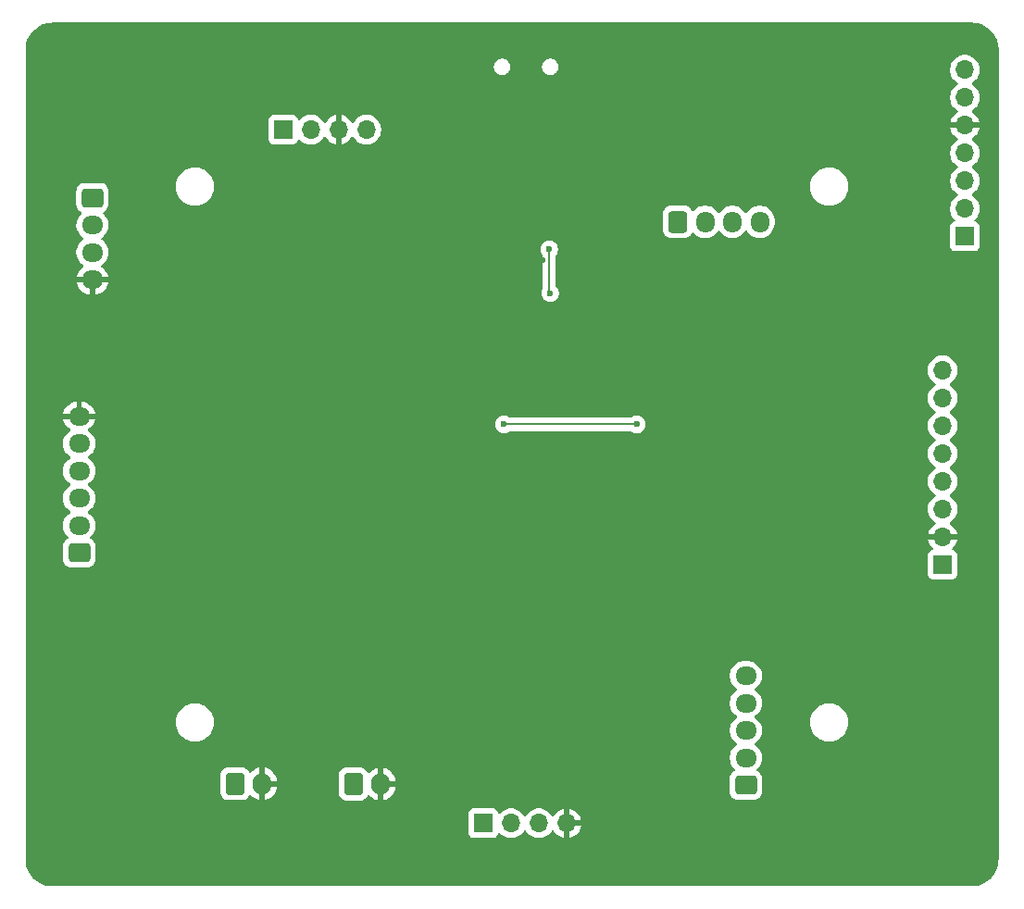
<source format=gbr>
%TF.GenerationSoftware,KiCad,Pcbnew,9.0.1*%
%TF.CreationDate,2025-05-07T09:32:19-06:00*%
%TF.ProjectId,2025_04_STM32F103_RobotBrain,32303235-5f30-4345-9f53-544d33324631,rev?*%
%TF.SameCoordinates,Original*%
%TF.FileFunction,Copper,L2,Bot*%
%TF.FilePolarity,Positive*%
%FSLAX46Y46*%
G04 Gerber Fmt 4.6, Leading zero omitted, Abs format (unit mm)*
G04 Created by KiCad (PCBNEW 9.0.1) date 2025-05-07 09:32:19*
%MOMM*%
%LPD*%
G01*
G04 APERTURE LIST*
G04 Aperture macros list*
%AMRoundRect*
0 Rectangle with rounded corners*
0 $1 Rounding radius*
0 $2 $3 $4 $5 $6 $7 $8 $9 X,Y pos of 4 corners*
0 Add a 4 corners polygon primitive as box body*
4,1,4,$2,$3,$4,$5,$6,$7,$8,$9,$2,$3,0*
0 Add four circle primitives for the rounded corners*
1,1,$1+$1,$2,$3*
1,1,$1+$1,$4,$5*
1,1,$1+$1,$6,$7*
1,1,$1+$1,$8,$9*
0 Add four rect primitives between the rounded corners*
20,1,$1+$1,$2,$3,$4,$5,0*
20,1,$1+$1,$4,$5,$6,$7,0*
20,1,$1+$1,$6,$7,$8,$9,0*
20,1,$1+$1,$8,$9,$2,$3,0*%
G04 Aperture macros list end*
%TA.AperFunction,ComponentPad*%
%ADD10RoundRect,0.250000X-0.600000X-0.750000X0.600000X-0.750000X0.600000X0.750000X-0.600000X0.750000X0*%
%TD*%
%TA.AperFunction,ComponentPad*%
%ADD11O,1.700000X2.000000*%
%TD*%
%TA.AperFunction,ComponentPad*%
%ADD12R,1.700000X1.700000*%
%TD*%
%TA.AperFunction,ComponentPad*%
%ADD13O,1.700000X1.700000*%
%TD*%
%TA.AperFunction,ComponentPad*%
%ADD14RoundRect,0.250000X0.725000X-0.600000X0.725000X0.600000X-0.725000X0.600000X-0.725000X-0.600000X0*%
%TD*%
%TA.AperFunction,ComponentPad*%
%ADD15O,1.950000X1.700000*%
%TD*%
%TA.AperFunction,ComponentPad*%
%ADD16RoundRect,0.250000X-0.725000X0.600000X-0.725000X-0.600000X0.725000X-0.600000X0.725000X0.600000X0*%
%TD*%
%TA.AperFunction,ComponentPad*%
%ADD17RoundRect,0.250000X-0.600000X-0.725000X0.600000X-0.725000X0.600000X0.725000X-0.600000X0.725000X0*%
%TD*%
%TA.AperFunction,ComponentPad*%
%ADD18O,1.700000X1.950000*%
%TD*%
%TA.AperFunction,ViaPad*%
%ADD19C,0.600000*%
%TD*%
%TA.AperFunction,Conductor*%
%ADD20C,0.200000*%
%TD*%
G04 APERTURE END LIST*
D10*
%TO.P,J6,1,Pin_1*%
%TO.N,+3V3*%
X122580000Y-99900000D03*
D11*
%TO.P,J6,2,Pin_2*%
%TO.N,GND*%
X125080000Y-99900000D03*
%TD*%
D12*
%TO.P,J9,1,Pin_1*%
%TO.N,+3V3*%
X178500000Y-49800000D03*
D13*
%TO.P,J9,2,Pin_2*%
%TO.N,/PS2_SCK*%
X178500000Y-47260000D03*
%TO.P,J9,3,Pin_3*%
%TO.N,unconnected-(J9-Pin_3-Pad3)*%
X178500000Y-44720000D03*
%TO.P,J9,4,Pin_4*%
%TO.N,/PS2_CS*%
X178500000Y-42180000D03*
%TO.P,J9,5,Pin_5*%
%TO.N,GND*%
X178500000Y-39640000D03*
%TO.P,J9,6,Pin_6*%
%TO.N,/PS2_MISO*%
X178500000Y-37100000D03*
%TO.P,J9,7,Pin_7*%
%TO.N,/PS2_MOSI*%
X178500000Y-34560000D03*
%TD*%
D14*
%TO.P,J8,1,Pin_1*%
%TO.N,/E2A*%
X158475000Y-100000000D03*
D15*
%TO.P,J8,2,Pin_2*%
%TO.N,/E2B*%
X158475000Y-97500000D03*
%TO.P,J8,3,Pin_3*%
%TO.N,/E1A*%
X158475000Y-95000000D03*
%TO.P,J8,4,Pin_4*%
%TO.N,/E1B*%
X158475000Y-92500000D03*
%TO.P,J8,5,Pin_5*%
%TO.N,/PWR_ADC*%
X158475000Y-90000000D03*
%TD*%
D12*
%TO.P,J2,1,Pin_1*%
%TO.N,+5V*%
X176465000Y-79835000D03*
D13*
%TO.P,J2,2,Pin_2*%
%TO.N,GND*%
X176465000Y-77295000D03*
%TO.P,J2,3,Pin_3*%
%TO.N,/IMU_I2C_SCL*%
X176465000Y-74755000D03*
%TO.P,J2,4,Pin_4*%
%TO.N,/IMU_I2C_SDA*%
X176465000Y-72215000D03*
%TO.P,J2,5,Pin_5*%
%TO.N,unconnected-(J2-Pin_5-Pad5)*%
X176465000Y-69675000D03*
%TO.P,J2,6,Pin_6*%
%TO.N,unconnected-(J2-Pin_6-Pad6)*%
X176465000Y-67135000D03*
%TO.P,J2,7,Pin_7*%
%TO.N,unconnected-(J2-Pin_7-Pad7)*%
X176465000Y-64595000D03*
%TO.P,J2,8,Pin_8*%
%TO.N,/IMU_INT*%
X176465000Y-62055000D03*
%TD*%
D12*
%TO.P,J4,1,Pin_1*%
%TO.N,+3V3*%
X116160000Y-40040000D03*
D13*
%TO.P,J4,2,Pin_2*%
%TO.N,/SWCLK*%
X118700000Y-40040000D03*
%TO.P,J4,3,Pin_3*%
%TO.N,GND*%
X121240000Y-40040000D03*
%TO.P,J4,4,Pin_4*%
%TO.N,/SWDIO*%
X123780000Y-40040000D03*
%TD*%
D16*
%TO.P,J11,1,Pin_1*%
%TO.N,+3V3*%
X98720000Y-46270000D03*
D15*
%TO.P,J11,2,Pin_2*%
%TO.N,/USER_TX*%
X98720000Y-48770000D03*
%TO.P,J11,3,Pin_3*%
%TO.N,/USER_RX*%
X98720000Y-51270000D03*
%TO.P,J11,4,Pin_4*%
%TO.N,GND*%
X98720000Y-53770000D03*
%TD*%
D12*
%TO.P,J3,1,Pin_1*%
%TO.N,+5V*%
X134460000Y-103485000D03*
D13*
%TO.P,J3,2,Pin_2*%
%TO.N,/ULTRA_TRIG*%
X137000000Y-103485000D03*
%TO.P,J3,3,Pin_3*%
%TO.N,/ULTRA_ECHO*%
X139540000Y-103485000D03*
%TO.P,J3,4,Pin_4*%
%TO.N,GND*%
X142080000Y-103485000D03*
%TD*%
D17*
%TO.P,J7,1,Pin_1*%
%TO.N,/AN2*%
X152250000Y-48475000D03*
D18*
%TO.P,J7,2,Pin_2*%
%TO.N,/AN1*%
X154750000Y-48475000D03*
%TO.P,J7,3,Pin_3*%
%TO.N,/BN2*%
X157250000Y-48475000D03*
%TO.P,J7,4,Pin_4*%
%TO.N,/BN1*%
X159750000Y-48475000D03*
%TD*%
D10*
%TO.P,J5,1,Pin_1*%
%TO.N,+5V*%
X111750000Y-99875000D03*
D11*
%TO.P,J5,2,Pin_2*%
%TO.N,GND*%
X114250000Y-99875000D03*
%TD*%
D14*
%TO.P,J10,1,Pin_1*%
%TO.N,+3V3*%
X97510000Y-78760000D03*
D15*
%TO.P,J10,2,Pin_2*%
%TO.N,/X1*%
X97510000Y-76260000D03*
%TO.P,J10,3,Pin_3*%
%TO.N,/X2*%
X97510000Y-73760000D03*
%TO.P,J10,4,Pin_4*%
%TO.N,/X3*%
X97510000Y-71260000D03*
%TO.P,J10,5,Pin_5*%
%TO.N,/X4*%
X97510000Y-68760000D03*
%TO.P,J10,6,Pin_6*%
%TO.N,GND*%
X97510000Y-66260000D03*
%TD*%
D19*
%TO.N,GND*%
X135300000Y-31060000D03*
X135310000Y-31970000D03*
X138320000Y-48630000D03*
X101550000Y-104940000D03*
X136780000Y-35480000D03*
X137200000Y-59890000D03*
X135310000Y-36460000D03*
X100250000Y-97140000D03*
X148430000Y-76280000D03*
X133260000Y-70570000D03*
X160490000Y-38990000D03*
X156300000Y-38970000D03*
X135310000Y-75730000D03*
X141240000Y-79920000D03*
X116610000Y-74610000D03*
X162820000Y-30550000D03*
X150070000Y-72380000D03*
X166400000Y-89440000D03*
X132070000Y-71580000D03*
X133640000Y-85390000D03*
X141410000Y-36420000D03*
X145110000Y-70690000D03*
X173350000Y-99580000D03*
X153880000Y-30560000D03*
X148580000Y-83950000D03*
X135220000Y-88640000D03*
X141420000Y-37150000D03*
X141430000Y-31900000D03*
X141430000Y-31090000D03*
X157700000Y-38950000D03*
X175680000Y-106180000D03*
X148460000Y-78570000D03*
X137960000Y-77270000D03*
X148070000Y-63560000D03*
X148400000Y-32585000D03*
X154000000Y-36240000D03*
X130690000Y-76070000D03*
X133510000Y-59260000D03*
X142390000Y-77290000D03*
X139900000Y-52000000D03*
X166390000Y-86550000D03*
X142300000Y-74080000D03*
X141500000Y-54000000D03*
X147470000Y-58420000D03*
X135310000Y-37250000D03*
X147170000Y-41280000D03*
%TO.N,/BL_WAKEUP*%
X140590000Y-55000000D03*
X140500000Y-51000000D03*
%TO.N,/E2A*%
X148500000Y-67000000D03*
X136363000Y-67000000D03*
%TD*%
D20*
%TO.N,/BL_WAKEUP*%
X140500000Y-51000000D02*
X140500000Y-54000000D01*
X140500000Y-54000000D02*
X140500000Y-54910000D01*
X140500000Y-54910000D02*
X140590000Y-55000000D01*
%TO.N,/E2A*%
X148500000Y-67000000D02*
X136363000Y-67000000D01*
%TD*%
%TA.AperFunction,Conductor*%
%TO.N,GND*%
G36*
X179103736Y-30250727D02*
G01*
X179393796Y-30268272D01*
X179408657Y-30270076D01*
X179690797Y-30321781D01*
X179705334Y-30325364D01*
X179979182Y-30410699D01*
X179993163Y-30416001D01*
X180254732Y-30533724D01*
X180267987Y-30540681D01*
X180513458Y-30689072D01*
X180525776Y-30697574D01*
X180751573Y-30874474D01*
X180762781Y-30884404D01*
X180965595Y-31087219D01*
X180975525Y-31098427D01*
X181152422Y-31324218D01*
X181160928Y-31336541D01*
X181309315Y-31582004D01*
X181316274Y-31595263D01*
X181433996Y-31856832D01*
X181439305Y-31870833D01*
X181524634Y-32144664D01*
X181528218Y-32159202D01*
X181579922Y-32441340D01*
X181581727Y-32456205D01*
X181589097Y-32578033D01*
X181595513Y-32684110D01*
X181599274Y-32746274D01*
X181599500Y-32753761D01*
X181599500Y-106746250D01*
X181599274Y-106753737D01*
X181581728Y-107043795D01*
X181579923Y-107058660D01*
X181528219Y-107340798D01*
X181524635Y-107355336D01*
X181439304Y-107629175D01*
X181433994Y-107643177D01*
X181316277Y-107904731D01*
X181309319Y-107917989D01*
X181160928Y-108163459D01*
X181152422Y-108175782D01*
X180975525Y-108401573D01*
X180965595Y-108412781D01*
X180762781Y-108615596D01*
X180751573Y-108625526D01*
X180525782Y-108802422D01*
X180513458Y-108810928D01*
X180267987Y-108959319D01*
X180254730Y-108966277D01*
X179993176Y-109083994D01*
X179979174Y-109089304D01*
X179705335Y-109174635D01*
X179690797Y-109178219D01*
X179408659Y-109229923D01*
X179393794Y-109231728D01*
X179200701Y-109243408D01*
X179103712Y-109249275D01*
X179096240Y-109249501D01*
X95103752Y-109249501D01*
X95096265Y-109249275D01*
X94806205Y-109231729D01*
X94791340Y-109229924D01*
X94509202Y-109178220D01*
X94494664Y-109174636D01*
X94220832Y-109089307D01*
X94206831Y-109083998D01*
X93945263Y-108966276D01*
X93932004Y-108959317D01*
X93686540Y-108810929D01*
X93674217Y-108802423D01*
X93448426Y-108625527D01*
X93437218Y-108615597D01*
X93234403Y-108412782D01*
X93224473Y-108401574D01*
X93224472Y-108401573D01*
X93047572Y-108175777D01*
X93039074Y-108163466D01*
X92890679Y-107917989D01*
X92883724Y-107904737D01*
X92766001Y-107643168D01*
X92760692Y-107629167D01*
X92752095Y-107601579D01*
X92675362Y-107355335D01*
X92671779Y-107340798D01*
X92620075Y-107058660D01*
X92618270Y-107043795D01*
X92600726Y-106753752D01*
X92600500Y-106746265D01*
X92600500Y-102587135D01*
X133109500Y-102587135D01*
X133109500Y-104382870D01*
X133109501Y-104382876D01*
X133115908Y-104442483D01*
X133166202Y-104577328D01*
X133166206Y-104577335D01*
X133252452Y-104692544D01*
X133252455Y-104692547D01*
X133367664Y-104778793D01*
X133367671Y-104778797D01*
X133502517Y-104829091D01*
X133502516Y-104829091D01*
X133509444Y-104829835D01*
X133562127Y-104835500D01*
X135357872Y-104835499D01*
X135417483Y-104829091D01*
X135552331Y-104778796D01*
X135667546Y-104692546D01*
X135753796Y-104577331D01*
X135802810Y-104445916D01*
X135844681Y-104389984D01*
X135910145Y-104365566D01*
X135978418Y-104380417D01*
X136006673Y-104401569D01*
X136120213Y-104515109D01*
X136292179Y-104640048D01*
X136292181Y-104640049D01*
X136292184Y-104640051D01*
X136481588Y-104736557D01*
X136683757Y-104802246D01*
X136893713Y-104835500D01*
X136893714Y-104835500D01*
X137106286Y-104835500D01*
X137106287Y-104835500D01*
X137316243Y-104802246D01*
X137518412Y-104736557D01*
X137707816Y-104640051D01*
X137794138Y-104577335D01*
X137879786Y-104515109D01*
X137879788Y-104515106D01*
X137879792Y-104515104D01*
X138030104Y-104364792D01*
X138030106Y-104364788D01*
X138030109Y-104364786D01*
X138155048Y-104192820D01*
X138155047Y-104192820D01*
X138155051Y-104192816D01*
X138159514Y-104184054D01*
X138207488Y-104133259D01*
X138275308Y-104116463D01*
X138341444Y-104138999D01*
X138380486Y-104184056D01*
X138384951Y-104192820D01*
X138509890Y-104364786D01*
X138660213Y-104515109D01*
X138832179Y-104640048D01*
X138832181Y-104640049D01*
X138832184Y-104640051D01*
X139021588Y-104736557D01*
X139223757Y-104802246D01*
X139433713Y-104835500D01*
X139433714Y-104835500D01*
X139646286Y-104835500D01*
X139646287Y-104835500D01*
X139856243Y-104802246D01*
X140058412Y-104736557D01*
X140247816Y-104640051D01*
X140334138Y-104577335D01*
X140419786Y-104515109D01*
X140419788Y-104515106D01*
X140419792Y-104515104D01*
X140570104Y-104364792D01*
X140570106Y-104364788D01*
X140570109Y-104364786D01*
X140695048Y-104192820D01*
X140695051Y-104192816D01*
X140699793Y-104183508D01*
X140747763Y-104132711D01*
X140815583Y-104115911D01*
X140881719Y-104138445D01*
X140920763Y-104183500D01*
X140925377Y-104192555D01*
X141050272Y-104364459D01*
X141050276Y-104364464D01*
X141200535Y-104514723D01*
X141200540Y-104514727D01*
X141372442Y-104639620D01*
X141561782Y-104736095D01*
X141763871Y-104801757D01*
X141830000Y-104812231D01*
X141830000Y-103918012D01*
X141887007Y-103950925D01*
X142014174Y-103985000D01*
X142145826Y-103985000D01*
X142272993Y-103950925D01*
X142330000Y-103918012D01*
X142330000Y-104812230D01*
X142396126Y-104801757D01*
X142396129Y-104801757D01*
X142598217Y-104736095D01*
X142787557Y-104639620D01*
X142959459Y-104514727D01*
X142959464Y-104514723D01*
X143109723Y-104364464D01*
X143109727Y-104364459D01*
X143234620Y-104192557D01*
X143331095Y-104003217D01*
X143396757Y-103801129D01*
X143396757Y-103801126D01*
X143407231Y-103735000D01*
X142513012Y-103735000D01*
X142545925Y-103677993D01*
X142580000Y-103550826D01*
X142580000Y-103419174D01*
X142545925Y-103292007D01*
X142513012Y-103235000D01*
X143407231Y-103235000D01*
X143396757Y-103168873D01*
X143396757Y-103168870D01*
X143331095Y-102966782D01*
X143234620Y-102777442D01*
X143109727Y-102605540D01*
X143109723Y-102605535D01*
X142959464Y-102455276D01*
X142959459Y-102455272D01*
X142787557Y-102330379D01*
X142598215Y-102233903D01*
X142396124Y-102168241D01*
X142330000Y-102157768D01*
X142330000Y-103051988D01*
X142272993Y-103019075D01*
X142145826Y-102985000D01*
X142014174Y-102985000D01*
X141887007Y-103019075D01*
X141830000Y-103051988D01*
X141830000Y-102157768D01*
X141829999Y-102157768D01*
X141763875Y-102168241D01*
X141561784Y-102233903D01*
X141372442Y-102330379D01*
X141200540Y-102455272D01*
X141200535Y-102455276D01*
X141050276Y-102605535D01*
X141050272Y-102605540D01*
X140925378Y-102777443D01*
X140920762Y-102786502D01*
X140872784Y-102837295D01*
X140804963Y-102854087D01*
X140738829Y-102831546D01*
X140699794Y-102786493D01*
X140695051Y-102777184D01*
X140695049Y-102777181D01*
X140695048Y-102777179D01*
X140570109Y-102605213D01*
X140419786Y-102454890D01*
X140247820Y-102329951D01*
X140058414Y-102233444D01*
X140058413Y-102233443D01*
X140058412Y-102233443D01*
X139856243Y-102167754D01*
X139856241Y-102167753D01*
X139856240Y-102167753D01*
X139694957Y-102142208D01*
X139646287Y-102134500D01*
X139433713Y-102134500D01*
X139385042Y-102142208D01*
X139223760Y-102167753D01*
X139021585Y-102233444D01*
X138832179Y-102329951D01*
X138660213Y-102454890D01*
X138509890Y-102605213D01*
X138384949Y-102777182D01*
X138380484Y-102785946D01*
X138332509Y-102836742D01*
X138264688Y-102853536D01*
X138198553Y-102830998D01*
X138159516Y-102785946D01*
X138155050Y-102777182D01*
X138030109Y-102605213D01*
X137879786Y-102454890D01*
X137707820Y-102329951D01*
X137518414Y-102233444D01*
X137518413Y-102233443D01*
X137518412Y-102233443D01*
X137316243Y-102167754D01*
X137316241Y-102167753D01*
X137316240Y-102167753D01*
X137154957Y-102142208D01*
X137106287Y-102134500D01*
X136893713Y-102134500D01*
X136845042Y-102142208D01*
X136683760Y-102167753D01*
X136481585Y-102233444D01*
X136292179Y-102329951D01*
X136120215Y-102454889D01*
X136006673Y-102568431D01*
X135945350Y-102601915D01*
X135875658Y-102596931D01*
X135819725Y-102555059D01*
X135802810Y-102524082D01*
X135753797Y-102392671D01*
X135753793Y-102392664D01*
X135667547Y-102277455D01*
X135667544Y-102277452D01*
X135552335Y-102191206D01*
X135552328Y-102191202D01*
X135417482Y-102140908D01*
X135417483Y-102140908D01*
X135357883Y-102134501D01*
X135357881Y-102134500D01*
X135357873Y-102134500D01*
X135357864Y-102134500D01*
X133562129Y-102134500D01*
X133562123Y-102134501D01*
X133502516Y-102140908D01*
X133367671Y-102191202D01*
X133367664Y-102191206D01*
X133252455Y-102277452D01*
X133252452Y-102277455D01*
X133166206Y-102392664D01*
X133166202Y-102392671D01*
X133115908Y-102527517D01*
X133109501Y-102587116D01*
X133109500Y-102587135D01*
X92600500Y-102587135D01*
X92600500Y-99074983D01*
X110399500Y-99074983D01*
X110399500Y-100675001D01*
X110399501Y-100675018D01*
X110410000Y-100777796D01*
X110410001Y-100777799D01*
X110465185Y-100944331D01*
X110465186Y-100944334D01*
X110557288Y-101093656D01*
X110681344Y-101217712D01*
X110830666Y-101309814D01*
X110997203Y-101364999D01*
X111099991Y-101375500D01*
X112400008Y-101375499D01*
X112502797Y-101364999D01*
X112669334Y-101309814D01*
X112818656Y-101217712D01*
X112942712Y-101093656D01*
X113034814Y-100944334D01*
X113034814Y-100944331D01*
X113038448Y-100938441D01*
X113090395Y-100891716D01*
X113159358Y-100880493D01*
X113223440Y-100908336D01*
X113231668Y-100915856D01*
X113370535Y-101054723D01*
X113370540Y-101054727D01*
X113542442Y-101179620D01*
X113731782Y-101276095D01*
X113933871Y-101341757D01*
X114000000Y-101352231D01*
X114000000Y-100308012D01*
X114057007Y-100340925D01*
X114184174Y-100375000D01*
X114315826Y-100375000D01*
X114442993Y-100340925D01*
X114500000Y-100308012D01*
X114500000Y-101352230D01*
X114566126Y-101341757D01*
X114566129Y-101341757D01*
X114768217Y-101276095D01*
X114957557Y-101179620D01*
X115129459Y-101054727D01*
X115129464Y-101054723D01*
X115279723Y-100904464D01*
X115279727Y-100904459D01*
X115404620Y-100732557D01*
X115501095Y-100543217D01*
X115566757Y-100341130D01*
X115566757Y-100341127D01*
X115600000Y-100131246D01*
X115600000Y-100125000D01*
X114683012Y-100125000D01*
X114715925Y-100067993D01*
X114750000Y-99940826D01*
X114750000Y-99809174D01*
X114715925Y-99682007D01*
X114683012Y-99625000D01*
X115600000Y-99625000D01*
X115600000Y-99618753D01*
X115566757Y-99408872D01*
X115566757Y-99408869D01*
X115501094Y-99206780D01*
X115473758Y-99153130D01*
X115473757Y-99153129D01*
X115446677Y-99099983D01*
X121229500Y-99099983D01*
X121229500Y-100700001D01*
X121229501Y-100700018D01*
X121240000Y-100802796D01*
X121240001Y-100802799D01*
X121278618Y-100919336D01*
X121295186Y-100969334D01*
X121387288Y-101118656D01*
X121511344Y-101242712D01*
X121660666Y-101334814D01*
X121827203Y-101389999D01*
X121929991Y-101400500D01*
X123230008Y-101400499D01*
X123332797Y-101389999D01*
X123499334Y-101334814D01*
X123648656Y-101242712D01*
X123772712Y-101118656D01*
X123864814Y-100969334D01*
X123864814Y-100969331D01*
X123868448Y-100963441D01*
X123920395Y-100916716D01*
X123989358Y-100905493D01*
X124053440Y-100933336D01*
X124061668Y-100940856D01*
X124200535Y-101079723D01*
X124200540Y-101079727D01*
X124372442Y-101204620D01*
X124561782Y-101301095D01*
X124763871Y-101366757D01*
X124830000Y-101377231D01*
X124830000Y-100333012D01*
X124887007Y-100365925D01*
X125014174Y-100400000D01*
X125145826Y-100400000D01*
X125272993Y-100365925D01*
X125330000Y-100333012D01*
X125330000Y-101377230D01*
X125396126Y-101366757D01*
X125396129Y-101366757D01*
X125598217Y-101301095D01*
X125787557Y-101204620D01*
X125959459Y-101079727D01*
X125959464Y-101079723D01*
X126109723Y-100929464D01*
X126109727Y-100929459D01*
X126234620Y-100757557D01*
X126331095Y-100568217D01*
X126396757Y-100366130D01*
X126396757Y-100366127D01*
X126430000Y-100156246D01*
X126430000Y-100150000D01*
X125513012Y-100150000D01*
X125545925Y-100092993D01*
X125580000Y-99965826D01*
X125580000Y-99834174D01*
X125545925Y-99707007D01*
X125513012Y-99650000D01*
X126430000Y-99650000D01*
X126430000Y-99643753D01*
X126396757Y-99433872D01*
X126396757Y-99433869D01*
X126331095Y-99231782D01*
X126234620Y-99042442D01*
X126109727Y-98870540D01*
X126109723Y-98870535D01*
X125959464Y-98720276D01*
X125959459Y-98720272D01*
X125787557Y-98595379D01*
X125598215Y-98498903D01*
X125396124Y-98433241D01*
X125330000Y-98422768D01*
X125330000Y-99466988D01*
X125272993Y-99434075D01*
X125145826Y-99400000D01*
X125014174Y-99400000D01*
X124887007Y-99434075D01*
X124830000Y-99466988D01*
X124830000Y-98422768D01*
X124829999Y-98422768D01*
X124763875Y-98433241D01*
X124561784Y-98498903D01*
X124372442Y-98595379D01*
X124200541Y-98720271D01*
X124061668Y-98859144D01*
X124000345Y-98892628D01*
X123930653Y-98887644D01*
X123874720Y-98845772D01*
X123868448Y-98836558D01*
X123772712Y-98681344D01*
X123648657Y-98557289D01*
X123648656Y-98557288D01*
X123499334Y-98465186D01*
X123332797Y-98410001D01*
X123332795Y-98410000D01*
X123230010Y-98399500D01*
X121929998Y-98399500D01*
X121929981Y-98399501D01*
X121827203Y-98410000D01*
X121827200Y-98410001D01*
X121660668Y-98465185D01*
X121660663Y-98465187D01*
X121511342Y-98557289D01*
X121387289Y-98681342D01*
X121295187Y-98830663D01*
X121295185Y-98830668D01*
X121282938Y-98867628D01*
X121240001Y-98997203D01*
X121240001Y-98997204D01*
X121240000Y-98997204D01*
X121229500Y-99099983D01*
X115446677Y-99099983D01*
X115404620Y-99017442D01*
X115279727Y-98845540D01*
X115279723Y-98845535D01*
X115129464Y-98695276D01*
X115129459Y-98695272D01*
X114957557Y-98570379D01*
X114768215Y-98473903D01*
X114566124Y-98408241D01*
X114500000Y-98397768D01*
X114500000Y-99441988D01*
X114442993Y-99409075D01*
X114315826Y-99375000D01*
X114184174Y-99375000D01*
X114057007Y-99409075D01*
X114000000Y-99441988D01*
X114000000Y-98397768D01*
X113999999Y-98397768D01*
X113933875Y-98408241D01*
X113731784Y-98473903D01*
X113542442Y-98570379D01*
X113370541Y-98695271D01*
X113231668Y-98834144D01*
X113170345Y-98867628D01*
X113100653Y-98862644D01*
X113044720Y-98820772D01*
X113038448Y-98811558D01*
X112942712Y-98656344D01*
X112818657Y-98532289D01*
X112818656Y-98532288D01*
X112669334Y-98440186D01*
X112502797Y-98385001D01*
X112502795Y-98385000D01*
X112400010Y-98374500D01*
X111099998Y-98374500D01*
X111099981Y-98374501D01*
X110997203Y-98385000D01*
X110997200Y-98385001D01*
X110830668Y-98440185D01*
X110830663Y-98440187D01*
X110681342Y-98532289D01*
X110557289Y-98656342D01*
X110465187Y-98805663D01*
X110465185Y-98805668D01*
X110443689Y-98870540D01*
X110410001Y-98972203D01*
X110410001Y-98972204D01*
X110410000Y-98972204D01*
X110399500Y-99074983D01*
X92600500Y-99074983D01*
X92600500Y-94135259D01*
X106349500Y-94135259D01*
X106349500Y-94364742D01*
X106364884Y-94481585D01*
X106379452Y-94592239D01*
X106403974Y-94683757D01*
X106438842Y-94813888D01*
X106526650Y-95025877D01*
X106526657Y-95025891D01*
X106641392Y-95224618D01*
X106781081Y-95406662D01*
X106781089Y-95406671D01*
X106943330Y-95568912D01*
X106943338Y-95568919D01*
X107125382Y-95708608D01*
X107125385Y-95708609D01*
X107125388Y-95708612D01*
X107324112Y-95823345D01*
X107324117Y-95823347D01*
X107324123Y-95823350D01*
X107415480Y-95861191D01*
X107536113Y-95911159D01*
X107757762Y-95970549D01*
X107985266Y-96000501D01*
X107985273Y-96000501D01*
X108214727Y-96000501D01*
X108214734Y-96000501D01*
X108442238Y-95970549D01*
X108663887Y-95911159D01*
X108875888Y-95823345D01*
X109074612Y-95708612D01*
X109256661Y-95568920D01*
X109256665Y-95568915D01*
X109256670Y-95568912D01*
X109418911Y-95406671D01*
X109418914Y-95406666D01*
X109418919Y-95406662D01*
X109558611Y-95224613D01*
X109673344Y-95025889D01*
X109761158Y-94813888D01*
X109820548Y-94592239D01*
X109850500Y-94364735D01*
X109850500Y-94135267D01*
X109820548Y-93907763D01*
X109761158Y-93686114D01*
X109697642Y-93532774D01*
X109673349Y-93474124D01*
X109673346Y-93474118D01*
X109673344Y-93474113D01*
X109558611Y-93275389D01*
X109558608Y-93275386D01*
X109558607Y-93275383D01*
X109418918Y-93093339D01*
X109418911Y-93093331D01*
X109256670Y-92931090D01*
X109256661Y-92931082D01*
X109074617Y-92791393D01*
X108875890Y-92676658D01*
X108875876Y-92676651D01*
X108663887Y-92588843D01*
X108442238Y-92529453D01*
X108404215Y-92524447D01*
X108214741Y-92499501D01*
X108214734Y-92499501D01*
X107985266Y-92499501D01*
X107985258Y-92499501D01*
X107768715Y-92528010D01*
X107757762Y-92529453D01*
X107664076Y-92554555D01*
X107536112Y-92588843D01*
X107324123Y-92676651D01*
X107324109Y-92676658D01*
X107125382Y-92791393D01*
X106943338Y-92931082D01*
X106781081Y-93093339D01*
X106641392Y-93275383D01*
X106526657Y-93474110D01*
X106526650Y-93474124D01*
X106438842Y-93686113D01*
X106379453Y-93907760D01*
X106379451Y-93907771D01*
X106349500Y-94135259D01*
X92600500Y-94135259D01*
X92600500Y-89893713D01*
X156999500Y-89893713D01*
X156999500Y-90106286D01*
X157032753Y-90316239D01*
X157098444Y-90518414D01*
X157194951Y-90707820D01*
X157319890Y-90879786D01*
X157470209Y-91030105D01*
X157470214Y-91030109D01*
X157634793Y-91149682D01*
X157677459Y-91205011D01*
X157683438Y-91274625D01*
X157650833Y-91336420D01*
X157634793Y-91350318D01*
X157470214Y-91469890D01*
X157470209Y-91469894D01*
X157319890Y-91620213D01*
X157194951Y-91792179D01*
X157098444Y-91981585D01*
X157032753Y-92183760D01*
X156999500Y-92393713D01*
X156999500Y-92606286D01*
X157028817Y-92791390D01*
X157032754Y-92816243D01*
X157070070Y-92931090D01*
X157098444Y-93018414D01*
X157194951Y-93207820D01*
X157319890Y-93379786D01*
X157470209Y-93530105D01*
X157470214Y-93530109D01*
X157634793Y-93649682D01*
X157677459Y-93705011D01*
X157683438Y-93774625D01*
X157650833Y-93836420D01*
X157634793Y-93850318D01*
X157470214Y-93969890D01*
X157470209Y-93969894D01*
X157319890Y-94120213D01*
X157194951Y-94292179D01*
X157098444Y-94481585D01*
X157032753Y-94683760D01*
X156999500Y-94893713D01*
X156999500Y-95106286D01*
X157032753Y-95316239D01*
X157098444Y-95518414D01*
X157194951Y-95707820D01*
X157319890Y-95879786D01*
X157470209Y-96030105D01*
X157470214Y-96030109D01*
X157634793Y-96149682D01*
X157677459Y-96205011D01*
X157683438Y-96274625D01*
X157650833Y-96336420D01*
X157634793Y-96350318D01*
X157470214Y-96469890D01*
X157470209Y-96469894D01*
X157319890Y-96620213D01*
X157194951Y-96792179D01*
X157098444Y-96981585D01*
X157032753Y-97183760D01*
X156999500Y-97393713D01*
X156999500Y-97606286D01*
X157032753Y-97816239D01*
X157098444Y-98018414D01*
X157194951Y-98207820D01*
X157319890Y-98379786D01*
X157458705Y-98518601D01*
X157492190Y-98579924D01*
X157487206Y-98649616D01*
X157445334Y-98705549D01*
X157436121Y-98711821D01*
X157281342Y-98807289D01*
X157157289Y-98931342D01*
X157065187Y-99080663D01*
X157065186Y-99080666D01*
X157010001Y-99247203D01*
X157010001Y-99247204D01*
X157010000Y-99247204D01*
X156999500Y-99349983D01*
X156999500Y-100650001D01*
X156999501Y-100650018D01*
X157010000Y-100752796D01*
X157010001Y-100752799D01*
X157064318Y-100916716D01*
X157065186Y-100919334D01*
X157157288Y-101068656D01*
X157281344Y-101192712D01*
X157430666Y-101284814D01*
X157597203Y-101339999D01*
X157699991Y-101350500D01*
X159250008Y-101350499D01*
X159352797Y-101339999D01*
X159519334Y-101284814D01*
X159668656Y-101192712D01*
X159792712Y-101068656D01*
X159884814Y-100919334D01*
X159939999Y-100752797D01*
X159950500Y-100650009D01*
X159950499Y-99349992D01*
X159939999Y-99247203D01*
X159884814Y-99080666D01*
X159792712Y-98931344D01*
X159668656Y-98807288D01*
X159519334Y-98715186D01*
X159519333Y-98715185D01*
X159513878Y-98711821D01*
X159467154Y-98659873D01*
X159455931Y-98590910D01*
X159483775Y-98526828D01*
X159491272Y-98518623D01*
X159630104Y-98379792D01*
X159755051Y-98207816D01*
X159851557Y-98018412D01*
X159917246Y-97816243D01*
X159950500Y-97606287D01*
X159950500Y-97393713D01*
X159917246Y-97183757D01*
X159851557Y-96981588D01*
X159755051Y-96792184D01*
X159755049Y-96792181D01*
X159755048Y-96792179D01*
X159630109Y-96620213D01*
X159479792Y-96469896D01*
X159479784Y-96469890D01*
X159315204Y-96350316D01*
X159272540Y-96294989D01*
X159266561Y-96225376D01*
X159299166Y-96163580D01*
X159315199Y-96149686D01*
X159479792Y-96030104D01*
X159630104Y-95879792D01*
X159630106Y-95879788D01*
X159630109Y-95879786D01*
X159754473Y-95708612D01*
X159755051Y-95707816D01*
X159851557Y-95518412D01*
X159917246Y-95316243D01*
X159950500Y-95106287D01*
X159950500Y-94893713D01*
X159917246Y-94683757D01*
X159851557Y-94481588D01*
X159755051Y-94292184D01*
X159641039Y-94135259D01*
X164349500Y-94135259D01*
X164349500Y-94364742D01*
X164364884Y-94481585D01*
X164379452Y-94592239D01*
X164403974Y-94683757D01*
X164438842Y-94813888D01*
X164526650Y-95025877D01*
X164526657Y-95025891D01*
X164641392Y-95224618D01*
X164781081Y-95406662D01*
X164781089Y-95406671D01*
X164943330Y-95568912D01*
X164943338Y-95568919D01*
X165125382Y-95708608D01*
X165125385Y-95708609D01*
X165125388Y-95708612D01*
X165324112Y-95823345D01*
X165324117Y-95823347D01*
X165324123Y-95823350D01*
X165415480Y-95861191D01*
X165536113Y-95911159D01*
X165757762Y-95970549D01*
X165985266Y-96000501D01*
X165985273Y-96000501D01*
X166214727Y-96000501D01*
X166214734Y-96000501D01*
X166442238Y-95970549D01*
X166663887Y-95911159D01*
X166875888Y-95823345D01*
X167074612Y-95708612D01*
X167256661Y-95568920D01*
X167256665Y-95568915D01*
X167256670Y-95568912D01*
X167418911Y-95406671D01*
X167418914Y-95406666D01*
X167418919Y-95406662D01*
X167558611Y-95224613D01*
X167673344Y-95025889D01*
X167761158Y-94813888D01*
X167820548Y-94592239D01*
X167850500Y-94364735D01*
X167850500Y-94135267D01*
X167820548Y-93907763D01*
X167761158Y-93686114D01*
X167697642Y-93532774D01*
X167673349Y-93474124D01*
X167673346Y-93474118D01*
X167673344Y-93474113D01*
X167558611Y-93275389D01*
X167558608Y-93275386D01*
X167558607Y-93275383D01*
X167418918Y-93093339D01*
X167418911Y-93093331D01*
X167256670Y-92931090D01*
X167256661Y-92931082D01*
X167074617Y-92791393D01*
X166875890Y-92676658D01*
X166875876Y-92676651D01*
X166663887Y-92588843D01*
X166442238Y-92529453D01*
X166404215Y-92524447D01*
X166214741Y-92499501D01*
X166214734Y-92499501D01*
X165985266Y-92499501D01*
X165985258Y-92499501D01*
X165768715Y-92528010D01*
X165757762Y-92529453D01*
X165664076Y-92554555D01*
X165536112Y-92588843D01*
X165324123Y-92676651D01*
X165324109Y-92676658D01*
X165125382Y-92791393D01*
X164943338Y-92931082D01*
X164781081Y-93093339D01*
X164641392Y-93275383D01*
X164526657Y-93474110D01*
X164526650Y-93474124D01*
X164438842Y-93686113D01*
X164379453Y-93907760D01*
X164379451Y-93907771D01*
X164349500Y-94135259D01*
X159641039Y-94135259D01*
X159630104Y-94120208D01*
X159479792Y-93969896D01*
X159315204Y-93850316D01*
X159272540Y-93794989D01*
X159266561Y-93725376D01*
X159299166Y-93663580D01*
X159315199Y-93649686D01*
X159479792Y-93530104D01*
X159630104Y-93379792D01*
X159630106Y-93379788D01*
X159630109Y-93379786D01*
X159755048Y-93207820D01*
X159755047Y-93207820D01*
X159755051Y-93207816D01*
X159851557Y-93018412D01*
X159917246Y-92816243D01*
X159950500Y-92606287D01*
X159950500Y-92393713D01*
X159917246Y-92183757D01*
X159851557Y-91981588D01*
X159755051Y-91792184D01*
X159755049Y-91792181D01*
X159755048Y-91792179D01*
X159630109Y-91620213D01*
X159479792Y-91469896D01*
X159479784Y-91469890D01*
X159315204Y-91350316D01*
X159272540Y-91294989D01*
X159266561Y-91225376D01*
X159299166Y-91163580D01*
X159315199Y-91149686D01*
X159479792Y-91030104D01*
X159630104Y-90879792D01*
X159630106Y-90879788D01*
X159630109Y-90879786D01*
X159755048Y-90707820D01*
X159755047Y-90707820D01*
X159755051Y-90707816D01*
X159851557Y-90518412D01*
X159917246Y-90316243D01*
X159950500Y-90106287D01*
X159950500Y-89893713D01*
X159917246Y-89683757D01*
X159851557Y-89481588D01*
X159755051Y-89292184D01*
X159755049Y-89292181D01*
X159755048Y-89292179D01*
X159630109Y-89120213D01*
X159479786Y-88969890D01*
X159307820Y-88844951D01*
X159118414Y-88748444D01*
X159118413Y-88748443D01*
X159118412Y-88748443D01*
X158916243Y-88682754D01*
X158916241Y-88682753D01*
X158916240Y-88682753D01*
X158754957Y-88657208D01*
X158706287Y-88649500D01*
X158243713Y-88649500D01*
X158195042Y-88657208D01*
X158033760Y-88682753D01*
X157831585Y-88748444D01*
X157642179Y-88844951D01*
X157470213Y-88969890D01*
X157319890Y-89120213D01*
X157194951Y-89292179D01*
X157098444Y-89481585D01*
X157032753Y-89683760D01*
X156999500Y-89893713D01*
X92600500Y-89893713D01*
X92600500Y-68653713D01*
X96034500Y-68653713D01*
X96034500Y-68866286D01*
X96067753Y-69076239D01*
X96133444Y-69278414D01*
X96229951Y-69467820D01*
X96354890Y-69639786D01*
X96505209Y-69790105D01*
X96505214Y-69790109D01*
X96669793Y-69909682D01*
X96712459Y-69965011D01*
X96718438Y-70034625D01*
X96685833Y-70096420D01*
X96669793Y-70110318D01*
X96505214Y-70229890D01*
X96505209Y-70229894D01*
X96354890Y-70380213D01*
X96229951Y-70552179D01*
X96133444Y-70741585D01*
X96067753Y-70943760D01*
X96034500Y-71153713D01*
X96034500Y-71366286D01*
X96067753Y-71576239D01*
X96133444Y-71778414D01*
X96229951Y-71967820D01*
X96354890Y-72139786D01*
X96505209Y-72290105D01*
X96505214Y-72290109D01*
X96669793Y-72409682D01*
X96712459Y-72465011D01*
X96718438Y-72534625D01*
X96685833Y-72596420D01*
X96669793Y-72610318D01*
X96505214Y-72729890D01*
X96505209Y-72729894D01*
X96354890Y-72880213D01*
X96229951Y-73052179D01*
X96133444Y-73241585D01*
X96067753Y-73443760D01*
X96034500Y-73653713D01*
X96034500Y-73866286D01*
X96063150Y-74047179D01*
X96067754Y-74076243D01*
X96119853Y-74236588D01*
X96133444Y-74278414D01*
X96229951Y-74467820D01*
X96354890Y-74639786D01*
X96505209Y-74790105D01*
X96505214Y-74790109D01*
X96669793Y-74909682D01*
X96712459Y-74965011D01*
X96718438Y-75034625D01*
X96685833Y-75096420D01*
X96669793Y-75110318D01*
X96505214Y-75229890D01*
X96505209Y-75229894D01*
X96354890Y-75380213D01*
X96229951Y-75552179D01*
X96133444Y-75741585D01*
X96067753Y-75943760D01*
X96042136Y-76105500D01*
X96034500Y-76153713D01*
X96034500Y-76366287D01*
X96067754Y-76576243D01*
X96132913Y-76776782D01*
X96133444Y-76778414D01*
X96229951Y-76967820D01*
X96354890Y-77139786D01*
X96493705Y-77278601D01*
X96527190Y-77339924D01*
X96522206Y-77409616D01*
X96480334Y-77465549D01*
X96471121Y-77471821D01*
X96316342Y-77567289D01*
X96192289Y-77691342D01*
X96100187Y-77840663D01*
X96100186Y-77840666D01*
X96045001Y-78007203D01*
X96045001Y-78007204D01*
X96045000Y-78007204D01*
X96034500Y-78109983D01*
X96034500Y-79410001D01*
X96034501Y-79410018D01*
X96045000Y-79512796D01*
X96045001Y-79512799D01*
X96100185Y-79679331D01*
X96100186Y-79679334D01*
X96192288Y-79828656D01*
X96316344Y-79952712D01*
X96465666Y-80044814D01*
X96632203Y-80099999D01*
X96734991Y-80110500D01*
X98285008Y-80110499D01*
X98387797Y-80099999D01*
X98554334Y-80044814D01*
X98703656Y-79952712D01*
X98827712Y-79828656D01*
X98919814Y-79679334D01*
X98974999Y-79512797D01*
X98985500Y-79410009D01*
X98985499Y-78742671D01*
X98985499Y-78109998D01*
X98985498Y-78109981D01*
X98974999Y-78007203D01*
X98974998Y-78007200D01*
X98973459Y-78002557D01*
X98919814Y-77840666D01*
X98827712Y-77691344D01*
X98703656Y-77567288D01*
X98554334Y-77475186D01*
X98554333Y-77475185D01*
X98548878Y-77471821D01*
X98502154Y-77419873D01*
X98490931Y-77350910D01*
X98518775Y-77286828D01*
X98526272Y-77278623D01*
X98665104Y-77139792D01*
X98790051Y-76967816D01*
X98886557Y-76778412D01*
X98952246Y-76576243D01*
X98985500Y-76366287D01*
X98985500Y-76153713D01*
X98952246Y-75943757D01*
X98886557Y-75741588D01*
X98790051Y-75552184D01*
X98790049Y-75552181D01*
X98790048Y-75552179D01*
X98665109Y-75380213D01*
X98514792Y-75229896D01*
X98514784Y-75229890D01*
X98350204Y-75110316D01*
X98307540Y-75054989D01*
X98301561Y-74985376D01*
X98334166Y-74923580D01*
X98350199Y-74909686D01*
X98514792Y-74790104D01*
X98665104Y-74639792D01*
X98665106Y-74639788D01*
X98665109Y-74639786D01*
X98790048Y-74467820D01*
X98790047Y-74467820D01*
X98790051Y-74467816D01*
X98886557Y-74278412D01*
X98952246Y-74076243D01*
X98985500Y-73866287D01*
X98985500Y-73653713D01*
X98952246Y-73443757D01*
X98886557Y-73241588D01*
X98790051Y-73052184D01*
X98790049Y-73052181D01*
X98790048Y-73052179D01*
X98665109Y-72880213D01*
X98514792Y-72729896D01*
X98514784Y-72729890D01*
X98350204Y-72610316D01*
X98307540Y-72554989D01*
X98301561Y-72485376D01*
X98334166Y-72423580D01*
X98350199Y-72409686D01*
X98514792Y-72290104D01*
X98665104Y-72139792D01*
X98665106Y-72139788D01*
X98665109Y-72139786D01*
X98790048Y-71967820D01*
X98790047Y-71967820D01*
X98790051Y-71967816D01*
X98886557Y-71778412D01*
X98952246Y-71576243D01*
X98985500Y-71366287D01*
X98985500Y-71153713D01*
X98952246Y-70943757D01*
X98886557Y-70741588D01*
X98790051Y-70552184D01*
X98790049Y-70552181D01*
X98790048Y-70552179D01*
X98665109Y-70380213D01*
X98514792Y-70229896D01*
X98464578Y-70193414D01*
X98350204Y-70110316D01*
X98307540Y-70054989D01*
X98301561Y-69985376D01*
X98334166Y-69923580D01*
X98350199Y-69909686D01*
X98514792Y-69790104D01*
X98665104Y-69639792D01*
X98665106Y-69639788D01*
X98665109Y-69639786D01*
X98790048Y-69467820D01*
X98790047Y-69467820D01*
X98790051Y-69467816D01*
X98886557Y-69278412D01*
X98952246Y-69076243D01*
X98985500Y-68866287D01*
X98985500Y-68653713D01*
X98952246Y-68443757D01*
X98886557Y-68241588D01*
X98790051Y-68052184D01*
X98790049Y-68052181D01*
X98790048Y-68052179D01*
X98665109Y-67880213D01*
X98514790Y-67729894D01*
X98514785Y-67729890D01*
X98349781Y-67610008D01*
X98307115Y-67554678D01*
X98301136Y-67485065D01*
X98333741Y-67423270D01*
X98349781Y-67409371D01*
X98514466Y-67289721D01*
X98664723Y-67139464D01*
X98664727Y-67139459D01*
X98789620Y-66967557D01*
X98813265Y-66921153D01*
X135562500Y-66921153D01*
X135562500Y-67078846D01*
X135593261Y-67233489D01*
X135593264Y-67233501D01*
X135653602Y-67379172D01*
X135653609Y-67379185D01*
X135741210Y-67510288D01*
X135741213Y-67510292D01*
X135852707Y-67621786D01*
X135852711Y-67621789D01*
X135983814Y-67709390D01*
X135983827Y-67709397D01*
X136129498Y-67769735D01*
X136129503Y-67769737D01*
X136284153Y-67800499D01*
X136284156Y-67800500D01*
X136284158Y-67800500D01*
X136441844Y-67800500D01*
X136441845Y-67800499D01*
X136596497Y-67769737D01*
X136742179Y-67709394D01*
X136825962Y-67653412D01*
X136873875Y-67621398D01*
X136940553Y-67600520D01*
X136942766Y-67600500D01*
X147920234Y-67600500D01*
X147987273Y-67620185D01*
X147989125Y-67621398D01*
X148120814Y-67709390D01*
X148120827Y-67709397D01*
X148266498Y-67769735D01*
X148266503Y-67769737D01*
X148421153Y-67800499D01*
X148421156Y-67800500D01*
X148421158Y-67800500D01*
X148578844Y-67800500D01*
X148578845Y-67800499D01*
X148733497Y-67769737D01*
X148879179Y-67709394D01*
X149010289Y-67621789D01*
X149121789Y-67510289D01*
X149209394Y-67379179D01*
X149269737Y-67233497D01*
X149300500Y-67078842D01*
X149300500Y-66921158D01*
X149300500Y-66921155D01*
X149300499Y-66921153D01*
X149288090Y-66858771D01*
X149269737Y-66766503D01*
X149243280Y-66702630D01*
X149209397Y-66620827D01*
X149209390Y-66620814D01*
X149121789Y-66489711D01*
X149121786Y-66489707D01*
X149010292Y-66378213D01*
X149010288Y-66378210D01*
X148879185Y-66290609D01*
X148879172Y-66290602D01*
X148733501Y-66230264D01*
X148733489Y-66230261D01*
X148578845Y-66199500D01*
X148578842Y-66199500D01*
X148421158Y-66199500D01*
X148421155Y-66199500D01*
X148266510Y-66230261D01*
X148266498Y-66230264D01*
X148120827Y-66290602D01*
X148120814Y-66290609D01*
X147989125Y-66378602D01*
X147922447Y-66399480D01*
X147920234Y-66399500D01*
X136942766Y-66399500D01*
X136875727Y-66379815D01*
X136873875Y-66378602D01*
X136742185Y-66290609D01*
X136742172Y-66290602D01*
X136596501Y-66230264D01*
X136596489Y-66230261D01*
X136441845Y-66199500D01*
X136441842Y-66199500D01*
X136284158Y-66199500D01*
X136284155Y-66199500D01*
X136129510Y-66230261D01*
X136129498Y-66230264D01*
X135983827Y-66290602D01*
X135983814Y-66290609D01*
X135852711Y-66378210D01*
X135852707Y-66378213D01*
X135741213Y-66489707D01*
X135741210Y-66489711D01*
X135653609Y-66620814D01*
X135653602Y-66620827D01*
X135593264Y-66766498D01*
X135593261Y-66766510D01*
X135562500Y-66921153D01*
X98813265Y-66921153D01*
X98845051Y-66858771D01*
X98886095Y-66778217D01*
X98951757Y-66576129D01*
X98951757Y-66576126D01*
X98962231Y-66510000D01*
X97914146Y-66510000D01*
X97952630Y-66443343D01*
X97985000Y-66322535D01*
X97985000Y-66197465D01*
X97952630Y-66076657D01*
X97914146Y-66010000D01*
X98962231Y-66010000D01*
X98951757Y-65943873D01*
X98951757Y-65943870D01*
X98886095Y-65741782D01*
X98789620Y-65552442D01*
X98664727Y-65380540D01*
X98664723Y-65380535D01*
X98514464Y-65230276D01*
X98514459Y-65230272D01*
X98342557Y-65105379D01*
X98153217Y-65008904D01*
X97951128Y-64943242D01*
X97760000Y-64912969D01*
X97760000Y-65855854D01*
X97693343Y-65817370D01*
X97572535Y-65785000D01*
X97447465Y-65785000D01*
X97326657Y-65817370D01*
X97260000Y-65855854D01*
X97260000Y-64912969D01*
X97068872Y-64943242D01*
X97068869Y-64943242D01*
X96866782Y-65008904D01*
X96677442Y-65105379D01*
X96505540Y-65230272D01*
X96505535Y-65230276D01*
X96355276Y-65380535D01*
X96355272Y-65380540D01*
X96230379Y-65552442D01*
X96133904Y-65741782D01*
X96068242Y-65943870D01*
X96068242Y-65943873D01*
X96057769Y-66010000D01*
X97105854Y-66010000D01*
X97067370Y-66076657D01*
X97035000Y-66197465D01*
X97035000Y-66322535D01*
X97067370Y-66443343D01*
X97105854Y-66510000D01*
X96057769Y-66510000D01*
X96068242Y-66576126D01*
X96068242Y-66576129D01*
X96133904Y-66778217D01*
X96230379Y-66967557D01*
X96355272Y-67139459D01*
X96355276Y-67139464D01*
X96505535Y-67289723D01*
X96505540Y-67289727D01*
X96670218Y-67409372D01*
X96712884Y-67464701D01*
X96718863Y-67534315D01*
X96686258Y-67596110D01*
X96670218Y-67610008D01*
X96505214Y-67729890D01*
X96505209Y-67729894D01*
X96354890Y-67880213D01*
X96229951Y-68052179D01*
X96133444Y-68241585D01*
X96067753Y-68443760D01*
X96034500Y-68653713D01*
X92600500Y-68653713D01*
X92600500Y-61948713D01*
X175114500Y-61948713D01*
X175114500Y-62161286D01*
X175147753Y-62371239D01*
X175213444Y-62573414D01*
X175309951Y-62762820D01*
X175434890Y-62934786D01*
X175585213Y-63085109D01*
X175757182Y-63210050D01*
X175765946Y-63214516D01*
X175816742Y-63262491D01*
X175833536Y-63330312D01*
X175810998Y-63396447D01*
X175765946Y-63435484D01*
X175757182Y-63439949D01*
X175585213Y-63564890D01*
X175434890Y-63715213D01*
X175309951Y-63887179D01*
X175213444Y-64076585D01*
X175147753Y-64278760D01*
X175114500Y-64488713D01*
X175114500Y-64701286D01*
X175147753Y-64911239D01*
X175213444Y-65113414D01*
X175309951Y-65302820D01*
X175434890Y-65474786D01*
X175585213Y-65625109D01*
X175757182Y-65750050D01*
X175765946Y-65754516D01*
X175816742Y-65802491D01*
X175833536Y-65870312D01*
X175810998Y-65936447D01*
X175765946Y-65975484D01*
X175757182Y-65979949D01*
X175585213Y-66104890D01*
X175434890Y-66255213D01*
X175309951Y-66427179D01*
X175213444Y-66616585D01*
X175147753Y-66818760D01*
X175114500Y-67028713D01*
X175114500Y-67241286D01*
X175141142Y-67409500D01*
X175147754Y-67451243D01*
X175197696Y-67604949D01*
X175213444Y-67653414D01*
X175309951Y-67842820D01*
X175434890Y-68014786D01*
X175585213Y-68165109D01*
X175757182Y-68290050D01*
X175765946Y-68294516D01*
X175816742Y-68342491D01*
X175833536Y-68410312D01*
X175810998Y-68476447D01*
X175765946Y-68515484D01*
X175757182Y-68519949D01*
X175585213Y-68644890D01*
X175434890Y-68795213D01*
X175309951Y-68967179D01*
X175213444Y-69156585D01*
X175147753Y-69358760D01*
X175130480Y-69467820D01*
X175114500Y-69568713D01*
X175114500Y-69781287D01*
X175115897Y-69790105D01*
X175146824Y-69985376D01*
X175147754Y-69991243D01*
X175186444Y-70110319D01*
X175213444Y-70193414D01*
X175309951Y-70382820D01*
X175434890Y-70554786D01*
X175585213Y-70705109D01*
X175757182Y-70830050D01*
X175765946Y-70834516D01*
X175816742Y-70882491D01*
X175833536Y-70950312D01*
X175810998Y-71016447D01*
X175765946Y-71055484D01*
X175757182Y-71059949D01*
X175585213Y-71184890D01*
X175434890Y-71335213D01*
X175309951Y-71507179D01*
X175213444Y-71696585D01*
X175147753Y-71898760D01*
X175136816Y-71967816D01*
X175114500Y-72108713D01*
X175114500Y-72321287D01*
X175147754Y-72531243D01*
X175173447Y-72610319D01*
X175213444Y-72733414D01*
X175309951Y-72922820D01*
X175434890Y-73094786D01*
X175585213Y-73245109D01*
X175757182Y-73370050D01*
X175765946Y-73374516D01*
X175816742Y-73422491D01*
X175833536Y-73490312D01*
X175810998Y-73556447D01*
X175765946Y-73595484D01*
X175757182Y-73599949D01*
X175585213Y-73724890D01*
X175434890Y-73875213D01*
X175309951Y-74047179D01*
X175213444Y-74236585D01*
X175213443Y-74236587D01*
X175213443Y-74236588D01*
X175199853Y-74278414D01*
X175147753Y-74438760D01*
X175114500Y-74648713D01*
X175114500Y-74861286D01*
X175145179Y-75054989D01*
X175147754Y-75071243D01*
X175160450Y-75110318D01*
X175213444Y-75273414D01*
X175309951Y-75462820D01*
X175434890Y-75634786D01*
X175585213Y-75785109D01*
X175757179Y-75910048D01*
X175757181Y-75910049D01*
X175757184Y-75910051D01*
X175766493Y-75914794D01*
X175817290Y-75962766D01*
X175834087Y-76030587D01*
X175811552Y-76096722D01*
X175766502Y-76135762D01*
X175757443Y-76140378D01*
X175585540Y-76265272D01*
X175585535Y-76265276D01*
X175435276Y-76415535D01*
X175435272Y-76415540D01*
X175310379Y-76587442D01*
X175213904Y-76776782D01*
X175148242Y-76978870D01*
X175148242Y-76978873D01*
X175137769Y-77045000D01*
X176031988Y-77045000D01*
X175999075Y-77102007D01*
X175965000Y-77229174D01*
X175965000Y-77360826D01*
X175999075Y-77487993D01*
X176031988Y-77545000D01*
X175137769Y-77545000D01*
X175148242Y-77611126D01*
X175148242Y-77611129D01*
X175213904Y-77813217D01*
X175310379Y-78002557D01*
X175435272Y-78174459D01*
X175435276Y-78174464D01*
X175548946Y-78288134D01*
X175582431Y-78349457D01*
X175577447Y-78419149D01*
X175535575Y-78475082D01*
X175504598Y-78491997D01*
X175372671Y-78541202D01*
X175372664Y-78541206D01*
X175257455Y-78627452D01*
X175257452Y-78627455D01*
X175171206Y-78742664D01*
X175171202Y-78742671D01*
X175120908Y-78877517D01*
X175114857Y-78933805D01*
X175114501Y-78937123D01*
X175114500Y-78937135D01*
X175114500Y-80732870D01*
X175114501Y-80732876D01*
X175120908Y-80792483D01*
X175171202Y-80927328D01*
X175171206Y-80927335D01*
X175257452Y-81042544D01*
X175257455Y-81042547D01*
X175372664Y-81128793D01*
X175372671Y-81128797D01*
X175507517Y-81179091D01*
X175507516Y-81179091D01*
X175514444Y-81179835D01*
X175567127Y-81185500D01*
X177362872Y-81185499D01*
X177422483Y-81179091D01*
X177557331Y-81128796D01*
X177672546Y-81042546D01*
X177758796Y-80927331D01*
X177809091Y-80792483D01*
X177815500Y-80732873D01*
X177815499Y-78937128D01*
X177809091Y-78877517D01*
X177758796Y-78742669D01*
X177758795Y-78742668D01*
X177758793Y-78742664D01*
X177672547Y-78627455D01*
X177672544Y-78627452D01*
X177557335Y-78541206D01*
X177557328Y-78541202D01*
X177425401Y-78491997D01*
X177369467Y-78450126D01*
X177345050Y-78384662D01*
X177359902Y-78316389D01*
X177381053Y-78288133D01*
X177494728Y-78174458D01*
X177619620Y-78002557D01*
X177716095Y-77813217D01*
X177781757Y-77611129D01*
X177781757Y-77611126D01*
X177792231Y-77545000D01*
X176898012Y-77545000D01*
X176930925Y-77487993D01*
X176965000Y-77360826D01*
X176965000Y-77229174D01*
X176930925Y-77102007D01*
X176898012Y-77045000D01*
X177792231Y-77045000D01*
X177781757Y-76978873D01*
X177781757Y-76978870D01*
X177716095Y-76776782D01*
X177619620Y-76587442D01*
X177494727Y-76415540D01*
X177494723Y-76415535D01*
X177344464Y-76265276D01*
X177344459Y-76265272D01*
X177172555Y-76140377D01*
X177163500Y-76135763D01*
X177112706Y-76087788D01*
X177095912Y-76019966D01*
X177118451Y-75953832D01*
X177163508Y-75914793D01*
X177172816Y-75910051D01*
X177252007Y-75852515D01*
X177344786Y-75785109D01*
X177344788Y-75785106D01*
X177344792Y-75785104D01*
X177495104Y-75634792D01*
X177495106Y-75634788D01*
X177495109Y-75634786D01*
X177620048Y-75462820D01*
X177620047Y-75462820D01*
X177620051Y-75462816D01*
X177716557Y-75273412D01*
X177782246Y-75071243D01*
X177815500Y-74861287D01*
X177815500Y-74648713D01*
X177782246Y-74438757D01*
X177716557Y-74236588D01*
X177620051Y-74047184D01*
X177620049Y-74047181D01*
X177620048Y-74047179D01*
X177495109Y-73875213D01*
X177344786Y-73724890D01*
X177172820Y-73599951D01*
X177172115Y-73599591D01*
X177164054Y-73595485D01*
X177113259Y-73547512D01*
X177096463Y-73479692D01*
X177118999Y-73413556D01*
X177164054Y-73374515D01*
X177172816Y-73370051D01*
X177194789Y-73354086D01*
X177344786Y-73245109D01*
X177344788Y-73245106D01*
X177344792Y-73245104D01*
X177495104Y-73094792D01*
X177495106Y-73094788D01*
X177495109Y-73094786D01*
X177620048Y-72922820D01*
X177620047Y-72922820D01*
X177620051Y-72922816D01*
X177716557Y-72733412D01*
X177782246Y-72531243D01*
X177815500Y-72321287D01*
X177815500Y-72108713D01*
X177782246Y-71898757D01*
X177716557Y-71696588D01*
X177620051Y-71507184D01*
X177620049Y-71507181D01*
X177620048Y-71507179D01*
X177495109Y-71335213D01*
X177344786Y-71184890D01*
X177172820Y-71059951D01*
X177172115Y-71059591D01*
X177164054Y-71055485D01*
X177113259Y-71007512D01*
X177096463Y-70939692D01*
X177118999Y-70873556D01*
X177164054Y-70834515D01*
X177172816Y-70830051D01*
X177294580Y-70741585D01*
X177344786Y-70705109D01*
X177344788Y-70705106D01*
X177344792Y-70705104D01*
X177495104Y-70554792D01*
X177495106Y-70554788D01*
X177495109Y-70554786D01*
X177620048Y-70382820D01*
X177620047Y-70382820D01*
X177620051Y-70382816D01*
X177716557Y-70193412D01*
X177782246Y-69991243D01*
X177815500Y-69781287D01*
X177815500Y-69568713D01*
X177782246Y-69358757D01*
X177716557Y-69156588D01*
X177620051Y-68967184D01*
X177620049Y-68967181D01*
X177620048Y-68967179D01*
X177495109Y-68795213D01*
X177344786Y-68644890D01*
X177172820Y-68519951D01*
X177172115Y-68519591D01*
X177164054Y-68515485D01*
X177113259Y-68467512D01*
X177096463Y-68399692D01*
X177118999Y-68333556D01*
X177164054Y-68294515D01*
X177172816Y-68290051D01*
X177239524Y-68241585D01*
X177344786Y-68165109D01*
X177344788Y-68165106D01*
X177344792Y-68165104D01*
X177495104Y-68014792D01*
X177495106Y-68014788D01*
X177495109Y-68014786D01*
X177620048Y-67842820D01*
X177620047Y-67842820D01*
X177620051Y-67842816D01*
X177716557Y-67653412D01*
X177782246Y-67451243D01*
X177815500Y-67241287D01*
X177815500Y-67028713D01*
X177782246Y-66818757D01*
X177716557Y-66616588D01*
X177620051Y-66427184D01*
X177620049Y-66427181D01*
X177620048Y-66427179D01*
X177495109Y-66255213D01*
X177344786Y-66104890D01*
X177172820Y-65979951D01*
X177172115Y-65979591D01*
X177164054Y-65975485D01*
X177113259Y-65927512D01*
X177096463Y-65859692D01*
X177118999Y-65793556D01*
X177164054Y-65754515D01*
X177172816Y-65750051D01*
X177194789Y-65734086D01*
X177344786Y-65625109D01*
X177344788Y-65625106D01*
X177344792Y-65625104D01*
X177495104Y-65474792D01*
X177495106Y-65474788D01*
X177495109Y-65474786D01*
X177620048Y-65302820D01*
X177620047Y-65302820D01*
X177620051Y-65302816D01*
X177716557Y-65113412D01*
X177782246Y-64911243D01*
X177815500Y-64701287D01*
X177815500Y-64488713D01*
X177782246Y-64278757D01*
X177716557Y-64076588D01*
X177620051Y-63887184D01*
X177620049Y-63887181D01*
X177620048Y-63887179D01*
X177495109Y-63715213D01*
X177344786Y-63564890D01*
X177172820Y-63439951D01*
X177172115Y-63439591D01*
X177164054Y-63435485D01*
X177113259Y-63387512D01*
X177096463Y-63319692D01*
X177118999Y-63253556D01*
X177164054Y-63214515D01*
X177172816Y-63210051D01*
X177194789Y-63194086D01*
X177344786Y-63085109D01*
X177344788Y-63085106D01*
X177344792Y-63085104D01*
X177495104Y-62934792D01*
X177495106Y-62934788D01*
X177495109Y-62934786D01*
X177620048Y-62762820D01*
X177620047Y-62762820D01*
X177620051Y-62762816D01*
X177716557Y-62573412D01*
X177782246Y-62371243D01*
X177815500Y-62161287D01*
X177815500Y-61948713D01*
X177782246Y-61738757D01*
X177716557Y-61536588D01*
X177620051Y-61347184D01*
X177620049Y-61347181D01*
X177620048Y-61347179D01*
X177495109Y-61175213D01*
X177344786Y-61024890D01*
X177172820Y-60899951D01*
X176983414Y-60803444D01*
X176983413Y-60803443D01*
X176983412Y-60803443D01*
X176781243Y-60737754D01*
X176781241Y-60737753D01*
X176781240Y-60737753D01*
X176619957Y-60712208D01*
X176571287Y-60704500D01*
X176358713Y-60704500D01*
X176310042Y-60712208D01*
X176148760Y-60737753D01*
X175946585Y-60803444D01*
X175757179Y-60899951D01*
X175585213Y-61024890D01*
X175434890Y-61175213D01*
X175309951Y-61347179D01*
X175213444Y-61536585D01*
X175147753Y-61738760D01*
X175114500Y-61948713D01*
X92600500Y-61948713D01*
X92600500Y-45619983D01*
X97244500Y-45619983D01*
X97244500Y-46920001D01*
X97244501Y-46920018D01*
X97255000Y-47022796D01*
X97255001Y-47022799D01*
X97310185Y-47189331D01*
X97310187Y-47189336D01*
X97345069Y-47245888D01*
X97390712Y-47319889D01*
X97402289Y-47338657D01*
X97526344Y-47462712D01*
X97681120Y-47558178D01*
X97727845Y-47610126D01*
X97739068Y-47679088D01*
X97711224Y-47743171D01*
X97703706Y-47751398D01*
X97564889Y-47890215D01*
X97439951Y-48062179D01*
X97343444Y-48251585D01*
X97277753Y-48453760D01*
X97255787Y-48592452D01*
X97244500Y-48663713D01*
X97244500Y-48876287D01*
X97277754Y-49086243D01*
X97330962Y-49250001D01*
X97343444Y-49288414D01*
X97439951Y-49477820D01*
X97564890Y-49649786D01*
X97715209Y-49800105D01*
X97715214Y-49800109D01*
X97879793Y-49919682D01*
X97922459Y-49975011D01*
X97928438Y-50044625D01*
X97895833Y-50106420D01*
X97879793Y-50120318D01*
X97715214Y-50239890D01*
X97715209Y-50239894D01*
X97564890Y-50390213D01*
X97439951Y-50562179D01*
X97343444Y-50751585D01*
X97277753Y-50953760D01*
X97244500Y-51163713D01*
X97244500Y-51376286D01*
X97277753Y-51586239D01*
X97343444Y-51788414D01*
X97439951Y-51977820D01*
X97564890Y-52149786D01*
X97715209Y-52300105D01*
X97715214Y-52300109D01*
X97880218Y-52419991D01*
X97922884Y-52475320D01*
X97928863Y-52544934D01*
X97896258Y-52606729D01*
X97880218Y-52620627D01*
X97715540Y-52740272D01*
X97715535Y-52740276D01*
X97565276Y-52890535D01*
X97565272Y-52890540D01*
X97440379Y-53062442D01*
X97343904Y-53251782D01*
X97278242Y-53453870D01*
X97278242Y-53453873D01*
X97267769Y-53520000D01*
X98315854Y-53520000D01*
X98277370Y-53586657D01*
X98245000Y-53707465D01*
X98245000Y-53832535D01*
X98277370Y-53953343D01*
X98315854Y-54020000D01*
X97267769Y-54020000D01*
X97278242Y-54086126D01*
X97278242Y-54086129D01*
X97343904Y-54288217D01*
X97440379Y-54477557D01*
X97565272Y-54649459D01*
X97565276Y-54649464D01*
X97715535Y-54799723D01*
X97715540Y-54799727D01*
X97887442Y-54924620D01*
X98076782Y-55021095D01*
X98278872Y-55086757D01*
X98470000Y-55117029D01*
X98470000Y-54174145D01*
X98536657Y-54212630D01*
X98657465Y-54245000D01*
X98782535Y-54245000D01*
X98903343Y-54212630D01*
X98970000Y-54174145D01*
X98970000Y-55117028D01*
X99161127Y-55086757D01*
X99363217Y-55021095D01*
X99552557Y-54924620D01*
X99724459Y-54799727D01*
X99724464Y-54799723D01*
X99874723Y-54649464D01*
X99874727Y-54649459D01*
X99999620Y-54477557D01*
X100096095Y-54288217D01*
X100161757Y-54086129D01*
X100161757Y-54086126D01*
X100172231Y-54020000D01*
X99124146Y-54020000D01*
X99162630Y-53953343D01*
X99195000Y-53832535D01*
X99195000Y-53707465D01*
X99162630Y-53586657D01*
X99124146Y-53520000D01*
X100172231Y-53520000D01*
X100161757Y-53453873D01*
X100161757Y-53453870D01*
X100096095Y-53251782D01*
X99999620Y-53062442D01*
X99874727Y-52890540D01*
X99874723Y-52890535D01*
X99724464Y-52740276D01*
X99724459Y-52740272D01*
X99559781Y-52620627D01*
X99517115Y-52565297D01*
X99511136Y-52495684D01*
X99543741Y-52433889D01*
X99559776Y-52419994D01*
X99724792Y-52300104D01*
X99875104Y-52149792D01*
X99875106Y-52149788D01*
X99875109Y-52149786D01*
X100000048Y-51977820D01*
X100000047Y-51977820D01*
X100000051Y-51977816D01*
X100096557Y-51788412D01*
X100162246Y-51586243D01*
X100195500Y-51376287D01*
X100195500Y-51163713D01*
X100162246Y-50953757D01*
X100151652Y-50921153D01*
X139699500Y-50921153D01*
X139699500Y-51078846D01*
X139730261Y-51233489D01*
X139730264Y-51233501D01*
X139790602Y-51379172D01*
X139790609Y-51379185D01*
X139878602Y-51510874D01*
X139899480Y-51577551D01*
X139899500Y-51579765D01*
X139899500Y-54554929D01*
X139881967Y-54614638D01*
X139883479Y-54615447D01*
X139880602Y-54620828D01*
X139820264Y-54766498D01*
X139820261Y-54766510D01*
X139789500Y-54921153D01*
X139789500Y-55078846D01*
X139820261Y-55233489D01*
X139820264Y-55233501D01*
X139880602Y-55379172D01*
X139880609Y-55379185D01*
X139968210Y-55510288D01*
X139968213Y-55510292D01*
X140079707Y-55621786D01*
X140079711Y-55621789D01*
X140210814Y-55709390D01*
X140210827Y-55709397D01*
X140356498Y-55769735D01*
X140356503Y-55769737D01*
X140511153Y-55800499D01*
X140511156Y-55800500D01*
X140511158Y-55800500D01*
X140668844Y-55800500D01*
X140668845Y-55800499D01*
X140823497Y-55769737D01*
X140969179Y-55709394D01*
X141100289Y-55621789D01*
X141211789Y-55510289D01*
X141299394Y-55379179D01*
X141359737Y-55233497D01*
X141390500Y-55078842D01*
X141390500Y-54921158D01*
X141390500Y-54921155D01*
X141390499Y-54921153D01*
X141359737Y-54766503D01*
X141359735Y-54766498D01*
X141299397Y-54620827D01*
X141299390Y-54620814D01*
X141211789Y-54489711D01*
X141211786Y-54489707D01*
X141136819Y-54414740D01*
X141103334Y-54353417D01*
X141100500Y-54327059D01*
X141100500Y-51579765D01*
X141120185Y-51512726D01*
X141121398Y-51510874D01*
X141209390Y-51379185D01*
X141209390Y-51379184D01*
X141209394Y-51379179D01*
X141269737Y-51233497D01*
X141300500Y-51078842D01*
X141300500Y-50921158D01*
X141300500Y-50921155D01*
X141300499Y-50921153D01*
X141269738Y-50766510D01*
X141269737Y-50766503D01*
X141266001Y-50757483D01*
X141209397Y-50620827D01*
X141209390Y-50620814D01*
X141121789Y-50489711D01*
X141121786Y-50489707D01*
X141010292Y-50378213D01*
X141010288Y-50378210D01*
X140879185Y-50290609D01*
X140879172Y-50290602D01*
X140733501Y-50230264D01*
X140733489Y-50230261D01*
X140578845Y-50199500D01*
X140578842Y-50199500D01*
X140421158Y-50199500D01*
X140421155Y-50199500D01*
X140266510Y-50230261D01*
X140266498Y-50230264D01*
X140120827Y-50290602D01*
X140120814Y-50290609D01*
X139989711Y-50378210D01*
X139989707Y-50378213D01*
X139878213Y-50489707D01*
X139878210Y-50489711D01*
X139790609Y-50620814D01*
X139790602Y-50620827D01*
X139730264Y-50766498D01*
X139730261Y-50766510D01*
X139699500Y-50921153D01*
X100151652Y-50921153D01*
X100096557Y-50751588D01*
X100000051Y-50562184D01*
X100000049Y-50562181D01*
X100000048Y-50562179D01*
X99875109Y-50390213D01*
X99724792Y-50239896D01*
X99724784Y-50239890D01*
X99560204Y-50120316D01*
X99517540Y-50064989D01*
X99511561Y-49995376D01*
X99544166Y-49933580D01*
X99560199Y-49919686D01*
X99724792Y-49800104D01*
X99875104Y-49649792D01*
X99875106Y-49649788D01*
X99875109Y-49649786D01*
X100000048Y-49477820D01*
X100000047Y-49477820D01*
X100000051Y-49477816D01*
X100096557Y-49288412D01*
X100162246Y-49086243D01*
X100195500Y-48876287D01*
X100195500Y-48663713D01*
X100162246Y-48453757D01*
X100096557Y-48251588D01*
X100000051Y-48062184D01*
X100000049Y-48062181D01*
X100000048Y-48062179D01*
X99875109Y-47890213D01*
X99736294Y-47751398D01*
X99708219Y-47699983D01*
X150899500Y-47699983D01*
X150899500Y-49250001D01*
X150899501Y-49250018D01*
X150910000Y-49352796D01*
X150910001Y-49352799D01*
X150955894Y-49491294D01*
X150965186Y-49519334D01*
X151057288Y-49668656D01*
X151181344Y-49792712D01*
X151330666Y-49884814D01*
X151497203Y-49939999D01*
X151599991Y-49950500D01*
X152900008Y-49950499D01*
X153002797Y-49939999D01*
X153169334Y-49884814D01*
X153318656Y-49792712D01*
X153442712Y-49668656D01*
X153534814Y-49519334D01*
X153534814Y-49519331D01*
X153538178Y-49513879D01*
X153590126Y-49467154D01*
X153659088Y-49455931D01*
X153723170Y-49483774D01*
X153731398Y-49491294D01*
X153870213Y-49630109D01*
X154042179Y-49755048D01*
X154042181Y-49755049D01*
X154042184Y-49755051D01*
X154231588Y-49851557D01*
X154433757Y-49917246D01*
X154643713Y-49950500D01*
X154643714Y-49950500D01*
X154856286Y-49950500D01*
X154856287Y-49950500D01*
X155066243Y-49917246D01*
X155268412Y-49851557D01*
X155457816Y-49755051D01*
X155479789Y-49739086D01*
X155629786Y-49630109D01*
X155629788Y-49630106D01*
X155629792Y-49630104D01*
X155780104Y-49479792D01*
X155899683Y-49315204D01*
X155955011Y-49272540D01*
X156024624Y-49266561D01*
X156086420Y-49299166D01*
X156100313Y-49315199D01*
X156202560Y-49455931D01*
X156219896Y-49479792D01*
X156370213Y-49630109D01*
X156542179Y-49755048D01*
X156542181Y-49755049D01*
X156542184Y-49755051D01*
X156731588Y-49851557D01*
X156933757Y-49917246D01*
X157143713Y-49950500D01*
X157143714Y-49950500D01*
X157356286Y-49950500D01*
X157356287Y-49950500D01*
X157566243Y-49917246D01*
X157768412Y-49851557D01*
X157957816Y-49755051D01*
X157979789Y-49739086D01*
X158129786Y-49630109D01*
X158129788Y-49630106D01*
X158129792Y-49630104D01*
X158280104Y-49479792D01*
X158399683Y-49315204D01*
X158455011Y-49272540D01*
X158524624Y-49266561D01*
X158586420Y-49299166D01*
X158600313Y-49315199D01*
X158702560Y-49455931D01*
X158719896Y-49479792D01*
X158870213Y-49630109D01*
X159042179Y-49755048D01*
X159042181Y-49755049D01*
X159042184Y-49755051D01*
X159231588Y-49851557D01*
X159433757Y-49917246D01*
X159643713Y-49950500D01*
X159643714Y-49950500D01*
X159856286Y-49950500D01*
X159856287Y-49950500D01*
X160066243Y-49917246D01*
X160268412Y-49851557D01*
X160457816Y-49755051D01*
X160479789Y-49739086D01*
X160629786Y-49630109D01*
X160629788Y-49630106D01*
X160629792Y-49630104D01*
X160780104Y-49479792D01*
X160780106Y-49479788D01*
X160780109Y-49479786D01*
X160905048Y-49307820D01*
X160905047Y-49307820D01*
X160905051Y-49307816D01*
X161001557Y-49118412D01*
X161067246Y-48916243D01*
X161100500Y-48706287D01*
X161100500Y-48243713D01*
X161067246Y-48033757D01*
X161001557Y-47831588D01*
X160905051Y-47642184D01*
X160905049Y-47642181D01*
X160905048Y-47642179D01*
X160780109Y-47470213D01*
X160629786Y-47319890D01*
X160457820Y-47194951D01*
X160268414Y-47098444D01*
X160268413Y-47098443D01*
X160268412Y-47098443D01*
X160066243Y-47032754D01*
X160066241Y-47032753D01*
X160066240Y-47032753D01*
X159904957Y-47007208D01*
X159856287Y-46999500D01*
X159643713Y-46999500D01*
X159595042Y-47007208D01*
X159433760Y-47032753D01*
X159231585Y-47098444D01*
X159042179Y-47194951D01*
X158870213Y-47319890D01*
X158719894Y-47470209D01*
X158719890Y-47470214D01*
X158600318Y-47634793D01*
X158544989Y-47677459D01*
X158475375Y-47683438D01*
X158413580Y-47650833D01*
X158399682Y-47634793D01*
X158280109Y-47470214D01*
X158280105Y-47470209D01*
X158129786Y-47319890D01*
X157957820Y-47194951D01*
X157768414Y-47098444D01*
X157768413Y-47098443D01*
X157768412Y-47098443D01*
X157566243Y-47032754D01*
X157566241Y-47032753D01*
X157566240Y-47032753D01*
X157404957Y-47007208D01*
X157356287Y-46999500D01*
X157143713Y-46999500D01*
X157095042Y-47007208D01*
X156933760Y-47032753D01*
X156731585Y-47098444D01*
X156542179Y-47194951D01*
X156370213Y-47319890D01*
X156219894Y-47470209D01*
X156219890Y-47470214D01*
X156100318Y-47634793D01*
X156044989Y-47677459D01*
X155975375Y-47683438D01*
X155913580Y-47650833D01*
X155899682Y-47634793D01*
X155780109Y-47470214D01*
X155780105Y-47470209D01*
X155629786Y-47319890D01*
X155457820Y-47194951D01*
X155268414Y-47098444D01*
X155268413Y-47098443D01*
X155268412Y-47098443D01*
X155066243Y-47032754D01*
X155066241Y-47032753D01*
X155066240Y-47032753D01*
X154904957Y-47007208D01*
X154856287Y-46999500D01*
X154643713Y-46999500D01*
X154595042Y-47007208D01*
X154433760Y-47032753D01*
X154231585Y-47098444D01*
X154042179Y-47194951D01*
X153870215Y-47319889D01*
X153731398Y-47458706D01*
X153670075Y-47492190D01*
X153600383Y-47487206D01*
X153544450Y-47445334D01*
X153538178Y-47436120D01*
X153442712Y-47281344D01*
X153318657Y-47157289D01*
X153318656Y-47157288D01*
X153169334Y-47065186D01*
X153002797Y-47010001D01*
X153002795Y-47010000D01*
X152900010Y-46999500D01*
X151599998Y-46999500D01*
X151599981Y-46999501D01*
X151497203Y-47010000D01*
X151497200Y-47010001D01*
X151330668Y-47065185D01*
X151330663Y-47065187D01*
X151181342Y-47157289D01*
X151057289Y-47281342D01*
X150965187Y-47430663D01*
X150965185Y-47430668D01*
X150960325Y-47445334D01*
X150910001Y-47597203D01*
X150910001Y-47597204D01*
X150910000Y-47597204D01*
X150899500Y-47699983D01*
X99708219Y-47699983D01*
X99702809Y-47690075D01*
X99707793Y-47620383D01*
X99749665Y-47564450D01*
X99758879Y-47558178D01*
X99764331Y-47554814D01*
X99764334Y-47554814D01*
X99913656Y-47462712D01*
X100037712Y-47338656D01*
X100129814Y-47189334D01*
X100184999Y-47022797D01*
X100195500Y-46920009D01*
X100195499Y-45619992D01*
X100184999Y-45517203D01*
X100129814Y-45350666D01*
X100037712Y-45201344D01*
X99971627Y-45135259D01*
X106349500Y-45135259D01*
X106349500Y-45364742D01*
X106369573Y-45517200D01*
X106379452Y-45592239D01*
X106386890Y-45619998D01*
X106438842Y-45813888D01*
X106526650Y-46025877D01*
X106526657Y-46025891D01*
X106641392Y-46224618D01*
X106781081Y-46406662D01*
X106781089Y-46406671D01*
X106943330Y-46568912D01*
X106943338Y-46568919D01*
X107125382Y-46708608D01*
X107125385Y-46708609D01*
X107125388Y-46708612D01*
X107324112Y-46823345D01*
X107324117Y-46823347D01*
X107324123Y-46823350D01*
X107415480Y-46861191D01*
X107536113Y-46911159D01*
X107757762Y-46970549D01*
X107985266Y-47000501D01*
X107985273Y-47000501D01*
X108214727Y-47000501D01*
X108214734Y-47000501D01*
X108442238Y-46970549D01*
X108663887Y-46911159D01*
X108875888Y-46823345D01*
X109074612Y-46708612D01*
X109256661Y-46568920D01*
X109256665Y-46568915D01*
X109256670Y-46568912D01*
X109418911Y-46406671D01*
X109418914Y-46406666D01*
X109418919Y-46406662D01*
X109558611Y-46224613D01*
X109673344Y-46025889D01*
X109761158Y-45813888D01*
X109820548Y-45592239D01*
X109850500Y-45364735D01*
X109850500Y-45135267D01*
X109850499Y-45135259D01*
X164349500Y-45135259D01*
X164349500Y-45364742D01*
X164369573Y-45517200D01*
X164379452Y-45592239D01*
X164386890Y-45619998D01*
X164438842Y-45813888D01*
X164526650Y-46025877D01*
X164526657Y-46025891D01*
X164641392Y-46224618D01*
X164781081Y-46406662D01*
X164781089Y-46406671D01*
X164943330Y-46568912D01*
X164943338Y-46568919D01*
X165125382Y-46708608D01*
X165125385Y-46708609D01*
X165125388Y-46708612D01*
X165324112Y-46823345D01*
X165324117Y-46823347D01*
X165324123Y-46823350D01*
X165415480Y-46861191D01*
X165536113Y-46911159D01*
X165757762Y-46970549D01*
X165985266Y-47000501D01*
X165985273Y-47000501D01*
X166214727Y-47000501D01*
X166214734Y-47000501D01*
X166442238Y-46970549D01*
X166663887Y-46911159D01*
X166875888Y-46823345D01*
X167074612Y-46708612D01*
X167256661Y-46568920D01*
X167256665Y-46568915D01*
X167256670Y-46568912D01*
X167418911Y-46406671D01*
X167418914Y-46406666D01*
X167418919Y-46406662D01*
X167558611Y-46224613D01*
X167673344Y-46025889D01*
X167761158Y-45813888D01*
X167820548Y-45592239D01*
X167850500Y-45364735D01*
X167850500Y-45135267D01*
X167820548Y-44907763D01*
X167761158Y-44686114D01*
X167697642Y-44532774D01*
X167673349Y-44474124D01*
X167673346Y-44474118D01*
X167673344Y-44474113D01*
X167558611Y-44275389D01*
X167558608Y-44275386D01*
X167558607Y-44275383D01*
X167418918Y-44093339D01*
X167418911Y-44093331D01*
X167256670Y-43931090D01*
X167256661Y-43931082D01*
X167074617Y-43791393D01*
X166875890Y-43676658D01*
X166875876Y-43676651D01*
X166663887Y-43588843D01*
X166442238Y-43529453D01*
X166404215Y-43524447D01*
X166214741Y-43499501D01*
X166214734Y-43499501D01*
X165985266Y-43499501D01*
X165985258Y-43499501D01*
X165768715Y-43528010D01*
X165757762Y-43529453D01*
X165664076Y-43554555D01*
X165536112Y-43588843D01*
X165324123Y-43676651D01*
X165324109Y-43676658D01*
X165125382Y-43791393D01*
X164943338Y-43931082D01*
X164781081Y-44093339D01*
X164641392Y-44275383D01*
X164526657Y-44474110D01*
X164526650Y-44474124D01*
X164438842Y-44686113D01*
X164379453Y-44907760D01*
X164379451Y-44907771D01*
X164349500Y-45135259D01*
X109850499Y-45135259D01*
X109820548Y-44907763D01*
X109761158Y-44686114D01*
X109697642Y-44532774D01*
X109673349Y-44474124D01*
X109673346Y-44474118D01*
X109673344Y-44474113D01*
X109558611Y-44275389D01*
X109558608Y-44275386D01*
X109558607Y-44275383D01*
X109418918Y-44093339D01*
X109418911Y-44093331D01*
X109256670Y-43931090D01*
X109256661Y-43931082D01*
X109074617Y-43791393D01*
X108875890Y-43676658D01*
X108875876Y-43676651D01*
X108663887Y-43588843D01*
X108442238Y-43529453D01*
X108404215Y-43524447D01*
X108214741Y-43499501D01*
X108214734Y-43499501D01*
X107985266Y-43499501D01*
X107985258Y-43499501D01*
X107768715Y-43528010D01*
X107757762Y-43529453D01*
X107664076Y-43554555D01*
X107536112Y-43588843D01*
X107324123Y-43676651D01*
X107324109Y-43676658D01*
X107125382Y-43791393D01*
X106943338Y-43931082D01*
X106781081Y-44093339D01*
X106641392Y-44275383D01*
X106526657Y-44474110D01*
X106526650Y-44474124D01*
X106438842Y-44686113D01*
X106379453Y-44907760D01*
X106379451Y-44907771D01*
X106349500Y-45135259D01*
X99971627Y-45135259D01*
X99913656Y-45077288D01*
X99764334Y-44985186D01*
X99597797Y-44930001D01*
X99597795Y-44930000D01*
X99495010Y-44919500D01*
X97944998Y-44919500D01*
X97944981Y-44919501D01*
X97842203Y-44930000D01*
X97842200Y-44930001D01*
X97675668Y-44985185D01*
X97675663Y-44985187D01*
X97526342Y-45077289D01*
X97402289Y-45201342D01*
X97310187Y-45350663D01*
X97310185Y-45350668D01*
X97284621Y-45427816D01*
X97255001Y-45517203D01*
X97255001Y-45517204D01*
X97255000Y-45517204D01*
X97244500Y-45619983D01*
X92600500Y-45619983D01*
X92600500Y-39142135D01*
X114809500Y-39142135D01*
X114809500Y-40937870D01*
X114809501Y-40937876D01*
X114815908Y-40997483D01*
X114866202Y-41132328D01*
X114866206Y-41132335D01*
X114952452Y-41247544D01*
X114952455Y-41247547D01*
X115067664Y-41333793D01*
X115067671Y-41333797D01*
X115202517Y-41384091D01*
X115202516Y-41384091D01*
X115209444Y-41384835D01*
X115262127Y-41390500D01*
X117057872Y-41390499D01*
X117117483Y-41384091D01*
X117252331Y-41333796D01*
X117367546Y-41247546D01*
X117453796Y-41132331D01*
X117502810Y-41000916D01*
X117544681Y-40944984D01*
X117610145Y-40920566D01*
X117678418Y-40935417D01*
X117706673Y-40956569D01*
X117820213Y-41070109D01*
X117992179Y-41195048D01*
X117992181Y-41195049D01*
X117992184Y-41195051D01*
X118181588Y-41291557D01*
X118383757Y-41357246D01*
X118593713Y-41390500D01*
X118593714Y-41390500D01*
X118806286Y-41390500D01*
X118806287Y-41390500D01*
X119016243Y-41357246D01*
X119218412Y-41291557D01*
X119407816Y-41195051D01*
X119494138Y-41132335D01*
X119579786Y-41070109D01*
X119579788Y-41070106D01*
X119579792Y-41070104D01*
X119730104Y-40919792D01*
X119730106Y-40919788D01*
X119730109Y-40919786D01*
X119817695Y-40799232D01*
X119855051Y-40747816D01*
X119859793Y-40738508D01*
X119907763Y-40687711D01*
X119975583Y-40670911D01*
X120041719Y-40693445D01*
X120080763Y-40738500D01*
X120085377Y-40747555D01*
X120210272Y-40919459D01*
X120210276Y-40919464D01*
X120360535Y-41069723D01*
X120360540Y-41069727D01*
X120532442Y-41194620D01*
X120721782Y-41291095D01*
X120923871Y-41356757D01*
X120990000Y-41367231D01*
X120990000Y-40473012D01*
X121047007Y-40505925D01*
X121174174Y-40540000D01*
X121305826Y-40540000D01*
X121432993Y-40505925D01*
X121490000Y-40473012D01*
X121490000Y-41367230D01*
X121556126Y-41356757D01*
X121556129Y-41356757D01*
X121758217Y-41291095D01*
X121947557Y-41194620D01*
X122119459Y-41069727D01*
X122119464Y-41069723D01*
X122269723Y-40919464D01*
X122269727Y-40919459D01*
X122394620Y-40747558D01*
X122399232Y-40738507D01*
X122447205Y-40687709D01*
X122515025Y-40670912D01*
X122581161Y-40693447D01*
X122620204Y-40738504D01*
X122624949Y-40747817D01*
X122749890Y-40919786D01*
X122900213Y-41070109D01*
X123072179Y-41195048D01*
X123072181Y-41195049D01*
X123072184Y-41195051D01*
X123261588Y-41291557D01*
X123463757Y-41357246D01*
X123673713Y-41390500D01*
X123673714Y-41390500D01*
X123886286Y-41390500D01*
X123886287Y-41390500D01*
X124096243Y-41357246D01*
X124298412Y-41291557D01*
X124487816Y-41195051D01*
X124574138Y-41132335D01*
X124659786Y-41070109D01*
X124659788Y-41070106D01*
X124659792Y-41070104D01*
X124810104Y-40919792D01*
X124810106Y-40919788D01*
X124810109Y-40919786D01*
X124935048Y-40747820D01*
X124935047Y-40747820D01*
X124935051Y-40747816D01*
X125031557Y-40558412D01*
X125097246Y-40356243D01*
X125130500Y-40146287D01*
X125130500Y-39933713D01*
X125097246Y-39723757D01*
X125031557Y-39521588D01*
X124935051Y-39332184D01*
X124935049Y-39332181D01*
X124935048Y-39332179D01*
X124810109Y-39160213D01*
X124659786Y-39009890D01*
X124487820Y-38884951D01*
X124298414Y-38788444D01*
X124298413Y-38788443D01*
X124298412Y-38788443D01*
X124096243Y-38722754D01*
X124096241Y-38722753D01*
X124096240Y-38722753D01*
X123934957Y-38697208D01*
X123886287Y-38689500D01*
X123673713Y-38689500D01*
X123625042Y-38697208D01*
X123463760Y-38722753D01*
X123261585Y-38788444D01*
X123072179Y-38884951D01*
X122900213Y-39009890D01*
X122749890Y-39160213D01*
X122624949Y-39332182D01*
X122620202Y-39341499D01*
X122572227Y-39392293D01*
X122504405Y-39409087D01*
X122438271Y-39386548D01*
X122399234Y-39341495D01*
X122394622Y-39332444D01*
X122269727Y-39160540D01*
X122269723Y-39160535D01*
X122119464Y-39010276D01*
X122119459Y-39010272D01*
X121947557Y-38885379D01*
X121758215Y-38788903D01*
X121556124Y-38723241D01*
X121490000Y-38712768D01*
X121490000Y-39606988D01*
X121432993Y-39574075D01*
X121305826Y-39540000D01*
X121174174Y-39540000D01*
X121047007Y-39574075D01*
X120990000Y-39606988D01*
X120990000Y-38712768D01*
X120989999Y-38712768D01*
X120923875Y-38723241D01*
X120721784Y-38788903D01*
X120532442Y-38885379D01*
X120360540Y-39010272D01*
X120360535Y-39010276D01*
X120210276Y-39160535D01*
X120210272Y-39160540D01*
X120085378Y-39332443D01*
X120080762Y-39341502D01*
X120032784Y-39392295D01*
X119964963Y-39409087D01*
X119898829Y-39386546D01*
X119859794Y-39341493D01*
X119855051Y-39332184D01*
X119855049Y-39332181D01*
X119855048Y-39332179D01*
X119730109Y-39160213D01*
X119579786Y-39009890D01*
X119407820Y-38884951D01*
X119218414Y-38788444D01*
X119218413Y-38788443D01*
X119218412Y-38788443D01*
X119016243Y-38722754D01*
X119016241Y-38722753D01*
X119016240Y-38722753D01*
X118854957Y-38697208D01*
X118806287Y-38689500D01*
X118593713Y-38689500D01*
X118545042Y-38697208D01*
X118383760Y-38722753D01*
X118181585Y-38788444D01*
X117992179Y-38884951D01*
X117820215Y-39009889D01*
X117706673Y-39123431D01*
X117645350Y-39156915D01*
X117575658Y-39151931D01*
X117519725Y-39110059D01*
X117502810Y-39079082D01*
X117453797Y-38947671D01*
X117453793Y-38947664D01*
X117367547Y-38832455D01*
X117367544Y-38832452D01*
X117252335Y-38746206D01*
X117252328Y-38746202D01*
X117117482Y-38695908D01*
X117117483Y-38695908D01*
X117057883Y-38689501D01*
X117057881Y-38689500D01*
X117057873Y-38689500D01*
X117057864Y-38689500D01*
X115262129Y-38689500D01*
X115262123Y-38689501D01*
X115202516Y-38695908D01*
X115067671Y-38746202D01*
X115067664Y-38746206D01*
X114952455Y-38832452D01*
X114952452Y-38832455D01*
X114866206Y-38947664D01*
X114866202Y-38947671D01*
X114815908Y-39082517D01*
X114809501Y-39142116D01*
X114809500Y-39142135D01*
X92600500Y-39142135D01*
X92600500Y-34373920D01*
X135429499Y-34373920D01*
X135458340Y-34518907D01*
X135458343Y-34518917D01*
X135514912Y-34655488D01*
X135514919Y-34655501D01*
X135597048Y-34778415D01*
X135597051Y-34778419D01*
X135701580Y-34882948D01*
X135701584Y-34882951D01*
X135824498Y-34965080D01*
X135824511Y-34965087D01*
X135961082Y-35021656D01*
X135961087Y-35021658D01*
X135961091Y-35021658D01*
X135961092Y-35021659D01*
X136106079Y-35050500D01*
X136106082Y-35050500D01*
X136253920Y-35050500D01*
X136351462Y-35031096D01*
X136398913Y-35021658D01*
X136535495Y-34965084D01*
X136658416Y-34882951D01*
X136762951Y-34778416D01*
X136845084Y-34655495D01*
X136901658Y-34518913D01*
X136930500Y-34373920D01*
X139829499Y-34373920D01*
X139858340Y-34518907D01*
X139858343Y-34518917D01*
X139914912Y-34655488D01*
X139914919Y-34655501D01*
X139997048Y-34778415D01*
X139997051Y-34778419D01*
X140101580Y-34882948D01*
X140101584Y-34882951D01*
X140224498Y-34965080D01*
X140224511Y-34965087D01*
X140361082Y-35021656D01*
X140361087Y-35021658D01*
X140361091Y-35021658D01*
X140361092Y-35021659D01*
X140506079Y-35050500D01*
X140506082Y-35050500D01*
X140653920Y-35050500D01*
X140751462Y-35031096D01*
X140798913Y-35021658D01*
X140935495Y-34965084D01*
X141058416Y-34882951D01*
X141162951Y-34778416D01*
X141245084Y-34655495D01*
X141301658Y-34518913D01*
X141309509Y-34479443D01*
X141314627Y-34453713D01*
X177149500Y-34453713D01*
X177149500Y-34666286D01*
X177167259Y-34778416D01*
X177182754Y-34876243D01*
X177230002Y-35021658D01*
X177248444Y-35078414D01*
X177344951Y-35267820D01*
X177469890Y-35439786D01*
X177620213Y-35590109D01*
X177792182Y-35715050D01*
X177800946Y-35719516D01*
X177851742Y-35767491D01*
X177868536Y-35835312D01*
X177845998Y-35901447D01*
X177800946Y-35940484D01*
X177792182Y-35944949D01*
X177620213Y-36069890D01*
X177469890Y-36220213D01*
X177344951Y-36392179D01*
X177248444Y-36581585D01*
X177182753Y-36783760D01*
X177149500Y-36993713D01*
X177149500Y-37206286D01*
X177182753Y-37416239D01*
X177248444Y-37618414D01*
X177344951Y-37807820D01*
X177469890Y-37979786D01*
X177620213Y-38130109D01*
X177792179Y-38255048D01*
X177792181Y-38255049D01*
X177792184Y-38255051D01*
X177801493Y-38259794D01*
X177852290Y-38307766D01*
X177869087Y-38375587D01*
X177846552Y-38441722D01*
X177801502Y-38480762D01*
X177792443Y-38485378D01*
X177620540Y-38610272D01*
X177620535Y-38610276D01*
X177470276Y-38760535D01*
X177470272Y-38760540D01*
X177345379Y-38932442D01*
X177248904Y-39121782D01*
X177183242Y-39323870D01*
X177183242Y-39323873D01*
X177172769Y-39390000D01*
X178066988Y-39390000D01*
X178034075Y-39447007D01*
X178000000Y-39574174D01*
X178000000Y-39705826D01*
X178034075Y-39832993D01*
X178066988Y-39890000D01*
X177172769Y-39890000D01*
X177183242Y-39956126D01*
X177183242Y-39956129D01*
X177248904Y-40158217D01*
X177345379Y-40347557D01*
X177470272Y-40519459D01*
X177470276Y-40519464D01*
X177620535Y-40669723D01*
X177620540Y-40669727D01*
X177792444Y-40794622D01*
X177801495Y-40799234D01*
X177852292Y-40847208D01*
X177869087Y-40915029D01*
X177846550Y-40981164D01*
X177801499Y-41020202D01*
X177792182Y-41024949D01*
X177620213Y-41149890D01*
X177469890Y-41300213D01*
X177344951Y-41472179D01*
X177248444Y-41661585D01*
X177182753Y-41863760D01*
X177149500Y-42073713D01*
X177149500Y-42286286D01*
X177182753Y-42496239D01*
X177248444Y-42698414D01*
X177344951Y-42887820D01*
X177469890Y-43059786D01*
X177620213Y-43210109D01*
X177792182Y-43335050D01*
X177800946Y-43339516D01*
X177851742Y-43387491D01*
X177868536Y-43455312D01*
X177845998Y-43521447D01*
X177800946Y-43560484D01*
X177792182Y-43564949D01*
X177620213Y-43689890D01*
X177469890Y-43840213D01*
X177344951Y-44012179D01*
X177248444Y-44201585D01*
X177182753Y-44403760D01*
X177149500Y-44613713D01*
X177149500Y-44826286D01*
X177182150Y-45032433D01*
X177182754Y-45036243D01*
X177236398Y-45201342D01*
X177248444Y-45238414D01*
X177344951Y-45427820D01*
X177469890Y-45599786D01*
X177620213Y-45750109D01*
X177792182Y-45875050D01*
X177800946Y-45879516D01*
X177851742Y-45927491D01*
X177868536Y-45995312D01*
X177845998Y-46061447D01*
X177800946Y-46100484D01*
X177792182Y-46104949D01*
X177620213Y-46229890D01*
X177469890Y-46380213D01*
X177344951Y-46552179D01*
X177248444Y-46741585D01*
X177182753Y-46943760D01*
X177149500Y-47153713D01*
X177149500Y-47366286D01*
X177179892Y-47558178D01*
X177182754Y-47576243D01*
X177236992Y-47743171D01*
X177248444Y-47778414D01*
X177344951Y-47967820D01*
X177469890Y-48139786D01*
X177583430Y-48253326D01*
X177616915Y-48314649D01*
X177611931Y-48384341D01*
X177570059Y-48440274D01*
X177539083Y-48457189D01*
X177407669Y-48506203D01*
X177407664Y-48506206D01*
X177292455Y-48592452D01*
X177292452Y-48592455D01*
X177206206Y-48707664D01*
X177206202Y-48707671D01*
X177155908Y-48842517D01*
X177152278Y-48876286D01*
X177149501Y-48902123D01*
X177149500Y-48902135D01*
X177149500Y-50697870D01*
X177149501Y-50697876D01*
X177155908Y-50757483D01*
X177206202Y-50892328D01*
X177206206Y-50892335D01*
X177292452Y-51007544D01*
X177292455Y-51007547D01*
X177407664Y-51093793D01*
X177407671Y-51093797D01*
X177542517Y-51144091D01*
X177542516Y-51144091D01*
X177549444Y-51144835D01*
X177602127Y-51150500D01*
X179397872Y-51150499D01*
X179457483Y-51144091D01*
X179592331Y-51093796D01*
X179707546Y-51007546D01*
X179793796Y-50892331D01*
X179844091Y-50757483D01*
X179850500Y-50697873D01*
X179850499Y-48902128D01*
X179844091Y-48842517D01*
X179793796Y-48707669D01*
X179793795Y-48707668D01*
X179793793Y-48707664D01*
X179707547Y-48592455D01*
X179707544Y-48592452D01*
X179592335Y-48506206D01*
X179592328Y-48506202D01*
X179460917Y-48457189D01*
X179404983Y-48415318D01*
X179380566Y-48349853D01*
X179395418Y-48281580D01*
X179416563Y-48253332D01*
X179530104Y-48139792D01*
X179655051Y-47967816D01*
X179751557Y-47778412D01*
X179817246Y-47576243D01*
X179850500Y-47366287D01*
X179850500Y-47153713D01*
X179817246Y-46943757D01*
X179751557Y-46741588D01*
X179655051Y-46552184D01*
X179655049Y-46552181D01*
X179655048Y-46552179D01*
X179530109Y-46380213D01*
X179379786Y-46229890D01*
X179207820Y-46104951D01*
X179207115Y-46104591D01*
X179199054Y-46100485D01*
X179148259Y-46052512D01*
X179131463Y-45984692D01*
X179153999Y-45918556D01*
X179199054Y-45879515D01*
X179207816Y-45875051D01*
X179270688Y-45829372D01*
X179379786Y-45750109D01*
X179379788Y-45750106D01*
X179379792Y-45750104D01*
X179530104Y-45599792D01*
X179530106Y-45599788D01*
X179530109Y-45599786D01*
X179655048Y-45427820D01*
X179655047Y-45427820D01*
X179655051Y-45427816D01*
X179751557Y-45238412D01*
X179817246Y-45036243D01*
X179850500Y-44826287D01*
X179850500Y-44613713D01*
X179817246Y-44403757D01*
X179751557Y-44201588D01*
X179655051Y-44012184D01*
X179655049Y-44012181D01*
X179655048Y-44012179D01*
X179530109Y-43840213D01*
X179379786Y-43689890D01*
X179207820Y-43564951D01*
X179207115Y-43564591D01*
X179199054Y-43560485D01*
X179148259Y-43512512D01*
X179131463Y-43444692D01*
X179153999Y-43378556D01*
X179199054Y-43339515D01*
X179207816Y-43335051D01*
X179229789Y-43319086D01*
X179379786Y-43210109D01*
X179379788Y-43210106D01*
X179379792Y-43210104D01*
X179530104Y-43059792D01*
X179530106Y-43059788D01*
X179530109Y-43059786D01*
X179655048Y-42887820D01*
X179655047Y-42887820D01*
X179655051Y-42887816D01*
X179751557Y-42698412D01*
X179817246Y-42496243D01*
X179850500Y-42286287D01*
X179850500Y-42073713D01*
X179817246Y-41863757D01*
X179751557Y-41661588D01*
X179655051Y-41472184D01*
X179655049Y-41472181D01*
X179655048Y-41472179D01*
X179530109Y-41300213D01*
X179379786Y-41149890D01*
X179207817Y-41024949D01*
X179198504Y-41020204D01*
X179147707Y-40972230D01*
X179130912Y-40904409D01*
X179153449Y-40838274D01*
X179198507Y-40799232D01*
X179207558Y-40794620D01*
X179379459Y-40669727D01*
X179379464Y-40669723D01*
X179529723Y-40519464D01*
X179529727Y-40519459D01*
X179654620Y-40347557D01*
X179751095Y-40158217D01*
X179816757Y-39956129D01*
X179816757Y-39956126D01*
X179827231Y-39890000D01*
X178933012Y-39890000D01*
X178965925Y-39832993D01*
X179000000Y-39705826D01*
X179000000Y-39574174D01*
X178965925Y-39447007D01*
X178933012Y-39390000D01*
X179827231Y-39390000D01*
X179816757Y-39323873D01*
X179816757Y-39323870D01*
X179751095Y-39121782D01*
X179654620Y-38932442D01*
X179529727Y-38760540D01*
X179529723Y-38760535D01*
X179379464Y-38610276D01*
X179379459Y-38610272D01*
X179207555Y-38485377D01*
X179198500Y-38480763D01*
X179147706Y-38432788D01*
X179130912Y-38364966D01*
X179153451Y-38298832D01*
X179198508Y-38259793D01*
X179207816Y-38255051D01*
X179287007Y-38197515D01*
X179379786Y-38130109D01*
X179379788Y-38130106D01*
X179379792Y-38130104D01*
X179530104Y-37979792D01*
X179530106Y-37979788D01*
X179530109Y-37979786D01*
X179655048Y-37807820D01*
X179655047Y-37807820D01*
X179655051Y-37807816D01*
X179751557Y-37618412D01*
X179817246Y-37416243D01*
X179850500Y-37206287D01*
X179850500Y-36993713D01*
X179817246Y-36783757D01*
X179751557Y-36581588D01*
X179655051Y-36392184D01*
X179655049Y-36392181D01*
X179655048Y-36392179D01*
X179530109Y-36220213D01*
X179379786Y-36069890D01*
X179207820Y-35944951D01*
X179207115Y-35944591D01*
X179199054Y-35940485D01*
X179148259Y-35892512D01*
X179131463Y-35824692D01*
X179153999Y-35758556D01*
X179199054Y-35719515D01*
X179207816Y-35715051D01*
X179229789Y-35699086D01*
X179379786Y-35590109D01*
X179379788Y-35590106D01*
X179379792Y-35590104D01*
X179530104Y-35439792D01*
X179530106Y-35439788D01*
X179530109Y-35439786D01*
X179655048Y-35267820D01*
X179655047Y-35267820D01*
X179655051Y-35267816D01*
X179751557Y-35078412D01*
X179817246Y-34876243D01*
X179850500Y-34666287D01*
X179850500Y-34453713D01*
X179817246Y-34243757D01*
X179751557Y-34041588D01*
X179655051Y-33852184D01*
X179655049Y-33852181D01*
X179655048Y-33852179D01*
X179530109Y-33680213D01*
X179379786Y-33529890D01*
X179207820Y-33404951D01*
X179018414Y-33308444D01*
X179018413Y-33308443D01*
X179018412Y-33308443D01*
X178816243Y-33242754D01*
X178816241Y-33242753D01*
X178816240Y-33242753D01*
X178654957Y-33217208D01*
X178606287Y-33209500D01*
X178393713Y-33209500D01*
X178345042Y-33217208D01*
X178183760Y-33242753D01*
X177981585Y-33308444D01*
X177792179Y-33404951D01*
X177620213Y-33529890D01*
X177469890Y-33680213D01*
X177344951Y-33852179D01*
X177248444Y-34041585D01*
X177182753Y-34243760D01*
X177149500Y-34453713D01*
X141314627Y-34453713D01*
X141320409Y-34424649D01*
X141330500Y-34373920D01*
X141330500Y-34226079D01*
X141301659Y-34081092D01*
X141301658Y-34081091D01*
X141301658Y-34081087D01*
X141285296Y-34041585D01*
X141245087Y-33944511D01*
X141245080Y-33944498D01*
X141162951Y-33821584D01*
X141162948Y-33821580D01*
X141058419Y-33717051D01*
X141058415Y-33717048D01*
X140935501Y-33634919D01*
X140935488Y-33634912D01*
X140798917Y-33578343D01*
X140798907Y-33578340D01*
X140653920Y-33549500D01*
X140653918Y-33549500D01*
X140506082Y-33549500D01*
X140506080Y-33549500D01*
X140361092Y-33578340D01*
X140361082Y-33578343D01*
X140224511Y-33634912D01*
X140224498Y-33634919D01*
X140101584Y-33717048D01*
X140101580Y-33717051D01*
X139997051Y-33821580D01*
X139997048Y-33821584D01*
X139914919Y-33944498D01*
X139914912Y-33944511D01*
X139858343Y-34081082D01*
X139858340Y-34081092D01*
X139829500Y-34226079D01*
X139829500Y-34226082D01*
X139829500Y-34373918D01*
X139829500Y-34373920D01*
X139829499Y-34373920D01*
X136930500Y-34373920D01*
X136930500Y-34373918D01*
X136930500Y-34226082D01*
X136930500Y-34226079D01*
X136901659Y-34081092D01*
X136901658Y-34081091D01*
X136901658Y-34081087D01*
X136885296Y-34041585D01*
X136845087Y-33944511D01*
X136845080Y-33944498D01*
X136762951Y-33821584D01*
X136762948Y-33821580D01*
X136658419Y-33717051D01*
X136658415Y-33717048D01*
X136535501Y-33634919D01*
X136535488Y-33634912D01*
X136398917Y-33578343D01*
X136398907Y-33578340D01*
X136253920Y-33549500D01*
X136253918Y-33549500D01*
X136106082Y-33549500D01*
X136106080Y-33549500D01*
X135961092Y-33578340D01*
X135961082Y-33578343D01*
X135824511Y-33634912D01*
X135824498Y-33634919D01*
X135701584Y-33717048D01*
X135701580Y-33717051D01*
X135597051Y-33821580D01*
X135597048Y-33821584D01*
X135514919Y-33944498D01*
X135514912Y-33944511D01*
X135458343Y-34081082D01*
X135458340Y-34081092D01*
X135429500Y-34226079D01*
X135429500Y-34226082D01*
X135429500Y-34373918D01*
X135429500Y-34373920D01*
X135429499Y-34373920D01*
X92600500Y-34373920D01*
X92600500Y-32753751D01*
X92600726Y-32746264D01*
X92618271Y-32456206D01*
X92620076Y-32441341D01*
X92671780Y-32159203D01*
X92675364Y-32144665D01*
X92760696Y-31870822D01*
X92765998Y-31856842D01*
X92883727Y-31595256D01*
X92890678Y-31582011D01*
X93039079Y-31336527D01*
X93047566Y-31324231D01*
X93224480Y-31098417D01*
X93234395Y-31087226D01*
X93437226Y-30884396D01*
X93448417Y-30874481D01*
X93674230Y-30697567D01*
X93686526Y-30689080D01*
X93932016Y-30540676D01*
X93945249Y-30533731D01*
X94206841Y-30415998D01*
X94220821Y-30410696D01*
X94494668Y-30325362D01*
X94509198Y-30321780D01*
X94791344Y-30270075D01*
X94806201Y-30268271D01*
X95096248Y-30250727D01*
X95103735Y-30250501D01*
X95165893Y-30250501D01*
X179034108Y-30250501D01*
X179096249Y-30250501D01*
X179103736Y-30250727D01*
G37*
%TD.AperFunction*%
%TD*%
M02*

</source>
